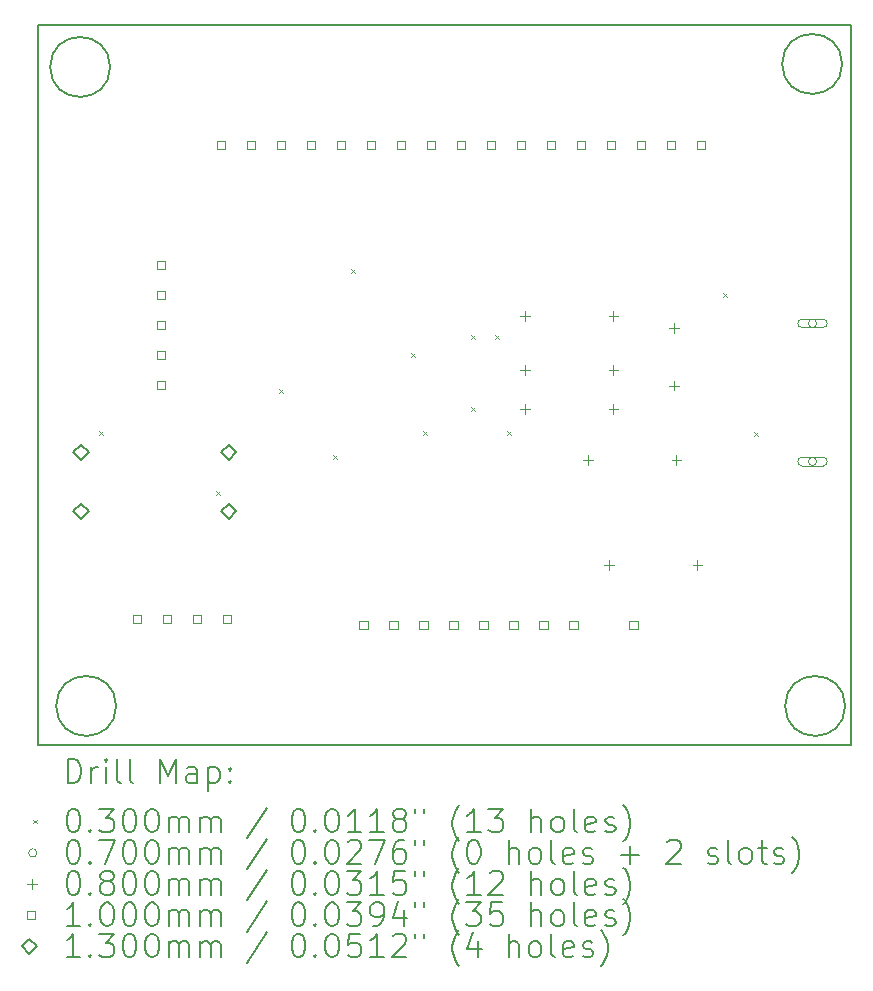
<source format=gbr>
%TF.GenerationSoftware,KiCad,Pcbnew,7.0.10*%
%TF.CreationDate,2024-03-02T18:50:19+09:00*%
%TF.ProjectId,STM32F103x8,53544d33-3246-4313-9033-78382e6b6963,rev?*%
%TF.SameCoordinates,Original*%
%TF.FileFunction,Drillmap*%
%TF.FilePolarity,Positive*%
%FSLAX45Y45*%
G04 Gerber Fmt 4.5, Leading zero omitted, Abs format (unit mm)*
G04 Created by KiCad (PCBNEW 7.0.10) date 2024-03-02 18:50:19*
%MOMM*%
%LPD*%
G01*
G04 APERTURE LIST*
%ADD10C,0.200000*%
%ADD11C,0.100000*%
%ADD12C,0.130000*%
G04 APERTURE END LIST*
D10*
X12319000Y-10337800D02*
G75*
G03*
X11811000Y-10337800I-254000J0D01*
G01*
X11811000Y-10337800D02*
G75*
G03*
X12319000Y-10337800I254000J0D01*
G01*
X18491200Y-10337800D02*
G75*
G03*
X17983200Y-10337800I-254000J0D01*
G01*
X17983200Y-10337800D02*
G75*
G03*
X18491200Y-10337800I254000J0D01*
G01*
X12268200Y-4927600D02*
G75*
G03*
X11760200Y-4927600I-254000J0D01*
G01*
X11760200Y-4927600D02*
G75*
G03*
X12268200Y-4927600I254000J0D01*
G01*
X11658600Y-4572000D02*
X18542000Y-4572000D01*
X18542000Y-10668000D01*
X11658600Y-10668000D01*
X11658600Y-4572000D01*
X18465800Y-4902200D02*
G75*
G03*
X17957800Y-4902200I-254000J0D01*
G01*
X17957800Y-4902200D02*
G75*
G03*
X18465800Y-4902200I254000J0D01*
G01*
D11*
X12177000Y-8011400D02*
X12207000Y-8041400D01*
X12207000Y-8011400D02*
X12177000Y-8041400D01*
X13167600Y-8519400D02*
X13197600Y-8549400D01*
X13197600Y-8519400D02*
X13167600Y-8549400D01*
X13701000Y-7655800D02*
X13731000Y-7685800D01*
X13731000Y-7655800D02*
X13701000Y-7685800D01*
X14158200Y-8214600D02*
X14188200Y-8244600D01*
X14188200Y-8214600D02*
X14158200Y-8244600D01*
X14310600Y-6639800D02*
X14340600Y-6669800D01*
X14340600Y-6639800D02*
X14310600Y-6669800D01*
X14818600Y-7351000D02*
X14848600Y-7381000D01*
X14848600Y-7351000D02*
X14818600Y-7381000D01*
X14920200Y-8011400D02*
X14950200Y-8041400D01*
X14950200Y-8011400D02*
X14920200Y-8041400D01*
X15326600Y-7198600D02*
X15356600Y-7228600D01*
X15356600Y-7198600D02*
X15326600Y-7228600D01*
X15326600Y-7808200D02*
X15356600Y-7838200D01*
X15356600Y-7808200D02*
X15326600Y-7838200D01*
X15529800Y-7198600D02*
X15559800Y-7228600D01*
X15559800Y-7198600D02*
X15529800Y-7228600D01*
X15631400Y-8011400D02*
X15661400Y-8041400D01*
X15661400Y-8011400D02*
X15631400Y-8041400D01*
X17460200Y-6843000D02*
X17490200Y-6873000D01*
X17490200Y-6843000D02*
X17460200Y-6873000D01*
X17721300Y-8018500D02*
X17751300Y-8048500D01*
X17751300Y-8018500D02*
X17721300Y-8048500D01*
X18250500Y-7098500D02*
G75*
G03*
X18180500Y-7098500I-35000J0D01*
G01*
X18180500Y-7098500D02*
G75*
G03*
X18250500Y-7098500I35000J0D01*
G01*
X18125500Y-7133500D02*
X18305500Y-7133500D01*
X18305500Y-7133500D02*
G75*
G03*
X18305500Y-7063500I0J35000D01*
G01*
X18305500Y-7063500D02*
X18125500Y-7063500D01*
X18125500Y-7063500D02*
G75*
G03*
X18125500Y-7133500I0J-35000D01*
G01*
X18250500Y-8268500D02*
G75*
G03*
X18180500Y-8268500I-35000J0D01*
G01*
X18180500Y-8268500D02*
G75*
G03*
X18250500Y-8268500I35000J0D01*
G01*
X18125500Y-8303500D02*
X18305500Y-8303500D01*
X18305500Y-8303500D02*
G75*
G03*
X18305500Y-8233500I0J35000D01*
G01*
X18305500Y-8233500D02*
X18125500Y-8233500D01*
X18125500Y-8233500D02*
G75*
G03*
X18125500Y-8303500I0J-35000D01*
G01*
X15779400Y-6995800D02*
X15779400Y-7075800D01*
X15739400Y-7035800D02*
X15819400Y-7035800D01*
X15779400Y-7453000D02*
X15779400Y-7533000D01*
X15739400Y-7493000D02*
X15819400Y-7493000D01*
X15779400Y-7783200D02*
X15779400Y-7863200D01*
X15739400Y-7823200D02*
X15819400Y-7823200D01*
X16312800Y-8215000D02*
X16312800Y-8295000D01*
X16272800Y-8255000D02*
X16352800Y-8255000D01*
X16490600Y-9104000D02*
X16490600Y-9184000D01*
X16450600Y-9144000D02*
X16530600Y-9144000D01*
X16529400Y-6995800D02*
X16529400Y-7075800D01*
X16489400Y-7035800D02*
X16569400Y-7035800D01*
X16529400Y-7453000D02*
X16529400Y-7533000D01*
X16489400Y-7493000D02*
X16569400Y-7493000D01*
X16529400Y-7783200D02*
X16529400Y-7863200D01*
X16489400Y-7823200D02*
X16569400Y-7823200D01*
X17043400Y-7097400D02*
X17043400Y-7177400D01*
X17003400Y-7137400D02*
X17083400Y-7137400D01*
X17043400Y-7585400D02*
X17043400Y-7665400D01*
X17003400Y-7625400D02*
X17083400Y-7625400D01*
X17062800Y-8215000D02*
X17062800Y-8295000D01*
X17022800Y-8255000D02*
X17102800Y-8255000D01*
X17240600Y-9104000D02*
X17240600Y-9184000D01*
X17200600Y-9144000D02*
X17280600Y-9144000D01*
X12531156Y-9636556D02*
X12531156Y-9565844D01*
X12460444Y-9565844D01*
X12460444Y-9636556D01*
X12531156Y-9636556D01*
X12735356Y-6639856D02*
X12735356Y-6569144D01*
X12664644Y-6569144D01*
X12664644Y-6639856D01*
X12735356Y-6639856D01*
X12735356Y-6893856D02*
X12735356Y-6823144D01*
X12664644Y-6823144D01*
X12664644Y-6893856D01*
X12735356Y-6893856D01*
X12735356Y-7147856D02*
X12735356Y-7077144D01*
X12664644Y-7077144D01*
X12664644Y-7147856D01*
X12735356Y-7147856D01*
X12735356Y-7401856D02*
X12735356Y-7331144D01*
X12664644Y-7331144D01*
X12664644Y-7401856D01*
X12735356Y-7401856D01*
X12735356Y-7655856D02*
X12735356Y-7585144D01*
X12664644Y-7585144D01*
X12664644Y-7655856D01*
X12735356Y-7655856D01*
X12785156Y-9636556D02*
X12785156Y-9565844D01*
X12714444Y-9565844D01*
X12714444Y-9636556D01*
X12785156Y-9636556D01*
X13039156Y-9636556D02*
X13039156Y-9565844D01*
X12968444Y-9565844D01*
X12968444Y-9636556D01*
X13039156Y-9636556D01*
X13243356Y-5623356D02*
X13243356Y-5552644D01*
X13172644Y-5552644D01*
X13172644Y-5623356D01*
X13243356Y-5623356D01*
X13293156Y-9636556D02*
X13293156Y-9565844D01*
X13222444Y-9565844D01*
X13222444Y-9636556D01*
X13293156Y-9636556D01*
X13497356Y-5623356D02*
X13497356Y-5552644D01*
X13426644Y-5552644D01*
X13426644Y-5623356D01*
X13497356Y-5623356D01*
X13751356Y-5623356D02*
X13751356Y-5552644D01*
X13680644Y-5552644D01*
X13680644Y-5623356D01*
X13751356Y-5623356D01*
X14005356Y-5623356D02*
X14005356Y-5552644D01*
X13934644Y-5552644D01*
X13934644Y-5623356D01*
X14005356Y-5623356D01*
X14259356Y-5623356D02*
X14259356Y-5552644D01*
X14188644Y-5552644D01*
X14188644Y-5623356D01*
X14259356Y-5623356D01*
X14449856Y-9687356D02*
X14449856Y-9616644D01*
X14379144Y-9616644D01*
X14379144Y-9687356D01*
X14449856Y-9687356D01*
X14513356Y-5623356D02*
X14513356Y-5552644D01*
X14442644Y-5552644D01*
X14442644Y-5623356D01*
X14513356Y-5623356D01*
X14703856Y-9687356D02*
X14703856Y-9616644D01*
X14633144Y-9616644D01*
X14633144Y-9687356D01*
X14703856Y-9687356D01*
X14767356Y-5623356D02*
X14767356Y-5552644D01*
X14696644Y-5552644D01*
X14696644Y-5623356D01*
X14767356Y-5623356D01*
X14957856Y-9687356D02*
X14957856Y-9616644D01*
X14887144Y-9616644D01*
X14887144Y-9687356D01*
X14957856Y-9687356D01*
X15021356Y-5623356D02*
X15021356Y-5552644D01*
X14950644Y-5552644D01*
X14950644Y-5623356D01*
X15021356Y-5623356D01*
X15211856Y-9687356D02*
X15211856Y-9616644D01*
X15141144Y-9616644D01*
X15141144Y-9687356D01*
X15211856Y-9687356D01*
X15275356Y-5623356D02*
X15275356Y-5552644D01*
X15204644Y-5552644D01*
X15204644Y-5623356D01*
X15275356Y-5623356D01*
X15465856Y-9687356D02*
X15465856Y-9616644D01*
X15395144Y-9616644D01*
X15395144Y-9687356D01*
X15465856Y-9687356D01*
X15529356Y-5623356D02*
X15529356Y-5552644D01*
X15458644Y-5552644D01*
X15458644Y-5623356D01*
X15529356Y-5623356D01*
X15719856Y-9687356D02*
X15719856Y-9616644D01*
X15649144Y-9616644D01*
X15649144Y-9687356D01*
X15719856Y-9687356D01*
X15783356Y-5623356D02*
X15783356Y-5552644D01*
X15712644Y-5552644D01*
X15712644Y-5623356D01*
X15783356Y-5623356D01*
X15973856Y-9687356D02*
X15973856Y-9616644D01*
X15903144Y-9616644D01*
X15903144Y-9687356D01*
X15973856Y-9687356D01*
X16037356Y-5623356D02*
X16037356Y-5552644D01*
X15966644Y-5552644D01*
X15966644Y-5623356D01*
X16037356Y-5623356D01*
X16227856Y-9687356D02*
X16227856Y-9616644D01*
X16157144Y-9616644D01*
X16157144Y-9687356D01*
X16227856Y-9687356D01*
X16291356Y-5623356D02*
X16291356Y-5552644D01*
X16220644Y-5552644D01*
X16220644Y-5623356D01*
X16291356Y-5623356D01*
X16545356Y-5623356D02*
X16545356Y-5552644D01*
X16474644Y-5552644D01*
X16474644Y-5623356D01*
X16545356Y-5623356D01*
X16735856Y-9687356D02*
X16735856Y-9616644D01*
X16665144Y-9616644D01*
X16665144Y-9687356D01*
X16735856Y-9687356D01*
X16799356Y-5623356D02*
X16799356Y-5552644D01*
X16728644Y-5552644D01*
X16728644Y-5623356D01*
X16799356Y-5623356D01*
X17053356Y-5623356D02*
X17053356Y-5552644D01*
X16982644Y-5552644D01*
X16982644Y-5623356D01*
X17053356Y-5623356D01*
X17307356Y-5623356D02*
X17307356Y-5552644D01*
X17236644Y-5552644D01*
X17236644Y-5623356D01*
X17307356Y-5623356D01*
D12*
X12021500Y-8256500D02*
X12086500Y-8191500D01*
X12021500Y-8126500D01*
X11956500Y-8191500D01*
X12021500Y-8256500D01*
X12021500Y-8756500D02*
X12086500Y-8691500D01*
X12021500Y-8626500D01*
X11956500Y-8691500D01*
X12021500Y-8756500D01*
X13271500Y-8256500D02*
X13336500Y-8191500D01*
X13271500Y-8126500D01*
X13206500Y-8191500D01*
X13271500Y-8256500D01*
X13271500Y-8756500D02*
X13336500Y-8691500D01*
X13271500Y-8626500D01*
X13206500Y-8691500D01*
X13271500Y-8756500D01*
D10*
X11909377Y-10989484D02*
X11909377Y-10789484D01*
X11909377Y-10789484D02*
X11956996Y-10789484D01*
X11956996Y-10789484D02*
X11985567Y-10799008D01*
X11985567Y-10799008D02*
X12004615Y-10818055D01*
X12004615Y-10818055D02*
X12014139Y-10837103D01*
X12014139Y-10837103D02*
X12023662Y-10875198D01*
X12023662Y-10875198D02*
X12023662Y-10903770D01*
X12023662Y-10903770D02*
X12014139Y-10941865D01*
X12014139Y-10941865D02*
X12004615Y-10960912D01*
X12004615Y-10960912D02*
X11985567Y-10979960D01*
X11985567Y-10979960D02*
X11956996Y-10989484D01*
X11956996Y-10989484D02*
X11909377Y-10989484D01*
X12109377Y-10989484D02*
X12109377Y-10856150D01*
X12109377Y-10894246D02*
X12118901Y-10875198D01*
X12118901Y-10875198D02*
X12128424Y-10865674D01*
X12128424Y-10865674D02*
X12147472Y-10856150D01*
X12147472Y-10856150D02*
X12166520Y-10856150D01*
X12233186Y-10989484D02*
X12233186Y-10856150D01*
X12233186Y-10789484D02*
X12223662Y-10799008D01*
X12223662Y-10799008D02*
X12233186Y-10808531D01*
X12233186Y-10808531D02*
X12242710Y-10799008D01*
X12242710Y-10799008D02*
X12233186Y-10789484D01*
X12233186Y-10789484D02*
X12233186Y-10808531D01*
X12356996Y-10989484D02*
X12337948Y-10979960D01*
X12337948Y-10979960D02*
X12328424Y-10960912D01*
X12328424Y-10960912D02*
X12328424Y-10789484D01*
X12461758Y-10989484D02*
X12442710Y-10979960D01*
X12442710Y-10979960D02*
X12433186Y-10960912D01*
X12433186Y-10960912D02*
X12433186Y-10789484D01*
X12690329Y-10989484D02*
X12690329Y-10789484D01*
X12690329Y-10789484D02*
X12756996Y-10932341D01*
X12756996Y-10932341D02*
X12823662Y-10789484D01*
X12823662Y-10789484D02*
X12823662Y-10989484D01*
X13004615Y-10989484D02*
X13004615Y-10884722D01*
X13004615Y-10884722D02*
X12995091Y-10865674D01*
X12995091Y-10865674D02*
X12976043Y-10856150D01*
X12976043Y-10856150D02*
X12937948Y-10856150D01*
X12937948Y-10856150D02*
X12918901Y-10865674D01*
X13004615Y-10979960D02*
X12985567Y-10989484D01*
X12985567Y-10989484D02*
X12937948Y-10989484D01*
X12937948Y-10989484D02*
X12918901Y-10979960D01*
X12918901Y-10979960D02*
X12909377Y-10960912D01*
X12909377Y-10960912D02*
X12909377Y-10941865D01*
X12909377Y-10941865D02*
X12918901Y-10922817D01*
X12918901Y-10922817D02*
X12937948Y-10913293D01*
X12937948Y-10913293D02*
X12985567Y-10913293D01*
X12985567Y-10913293D02*
X13004615Y-10903770D01*
X13099853Y-10856150D02*
X13099853Y-11056150D01*
X13099853Y-10865674D02*
X13118901Y-10856150D01*
X13118901Y-10856150D02*
X13156996Y-10856150D01*
X13156996Y-10856150D02*
X13176043Y-10865674D01*
X13176043Y-10865674D02*
X13185567Y-10875198D01*
X13185567Y-10875198D02*
X13195091Y-10894246D01*
X13195091Y-10894246D02*
X13195091Y-10951389D01*
X13195091Y-10951389D02*
X13185567Y-10970436D01*
X13185567Y-10970436D02*
X13176043Y-10979960D01*
X13176043Y-10979960D02*
X13156996Y-10989484D01*
X13156996Y-10989484D02*
X13118901Y-10989484D01*
X13118901Y-10989484D02*
X13099853Y-10979960D01*
X13280805Y-10970436D02*
X13290329Y-10979960D01*
X13290329Y-10979960D02*
X13280805Y-10989484D01*
X13280805Y-10989484D02*
X13271282Y-10979960D01*
X13271282Y-10979960D02*
X13280805Y-10970436D01*
X13280805Y-10970436D02*
X13280805Y-10989484D01*
X13280805Y-10865674D02*
X13290329Y-10875198D01*
X13290329Y-10875198D02*
X13280805Y-10884722D01*
X13280805Y-10884722D02*
X13271282Y-10875198D01*
X13271282Y-10875198D02*
X13280805Y-10865674D01*
X13280805Y-10865674D02*
X13280805Y-10884722D01*
D11*
X11618600Y-11303000D02*
X11648600Y-11333000D01*
X11648600Y-11303000D02*
X11618600Y-11333000D01*
D10*
X11947472Y-11209484D02*
X11966520Y-11209484D01*
X11966520Y-11209484D02*
X11985567Y-11219008D01*
X11985567Y-11219008D02*
X11995091Y-11228531D01*
X11995091Y-11228531D02*
X12004615Y-11247579D01*
X12004615Y-11247579D02*
X12014139Y-11285674D01*
X12014139Y-11285674D02*
X12014139Y-11333293D01*
X12014139Y-11333293D02*
X12004615Y-11371388D01*
X12004615Y-11371388D02*
X11995091Y-11390436D01*
X11995091Y-11390436D02*
X11985567Y-11399960D01*
X11985567Y-11399960D02*
X11966520Y-11409484D01*
X11966520Y-11409484D02*
X11947472Y-11409484D01*
X11947472Y-11409484D02*
X11928424Y-11399960D01*
X11928424Y-11399960D02*
X11918901Y-11390436D01*
X11918901Y-11390436D02*
X11909377Y-11371388D01*
X11909377Y-11371388D02*
X11899853Y-11333293D01*
X11899853Y-11333293D02*
X11899853Y-11285674D01*
X11899853Y-11285674D02*
X11909377Y-11247579D01*
X11909377Y-11247579D02*
X11918901Y-11228531D01*
X11918901Y-11228531D02*
X11928424Y-11219008D01*
X11928424Y-11219008D02*
X11947472Y-11209484D01*
X12099853Y-11390436D02*
X12109377Y-11399960D01*
X12109377Y-11399960D02*
X12099853Y-11409484D01*
X12099853Y-11409484D02*
X12090329Y-11399960D01*
X12090329Y-11399960D02*
X12099853Y-11390436D01*
X12099853Y-11390436D02*
X12099853Y-11409484D01*
X12176043Y-11209484D02*
X12299853Y-11209484D01*
X12299853Y-11209484D02*
X12233186Y-11285674D01*
X12233186Y-11285674D02*
X12261758Y-11285674D01*
X12261758Y-11285674D02*
X12280805Y-11295198D01*
X12280805Y-11295198D02*
X12290329Y-11304722D01*
X12290329Y-11304722D02*
X12299853Y-11323769D01*
X12299853Y-11323769D02*
X12299853Y-11371388D01*
X12299853Y-11371388D02*
X12290329Y-11390436D01*
X12290329Y-11390436D02*
X12280805Y-11399960D01*
X12280805Y-11399960D02*
X12261758Y-11409484D01*
X12261758Y-11409484D02*
X12204615Y-11409484D01*
X12204615Y-11409484D02*
X12185567Y-11399960D01*
X12185567Y-11399960D02*
X12176043Y-11390436D01*
X12423662Y-11209484D02*
X12442710Y-11209484D01*
X12442710Y-11209484D02*
X12461758Y-11219008D01*
X12461758Y-11219008D02*
X12471282Y-11228531D01*
X12471282Y-11228531D02*
X12480805Y-11247579D01*
X12480805Y-11247579D02*
X12490329Y-11285674D01*
X12490329Y-11285674D02*
X12490329Y-11333293D01*
X12490329Y-11333293D02*
X12480805Y-11371388D01*
X12480805Y-11371388D02*
X12471282Y-11390436D01*
X12471282Y-11390436D02*
X12461758Y-11399960D01*
X12461758Y-11399960D02*
X12442710Y-11409484D01*
X12442710Y-11409484D02*
X12423662Y-11409484D01*
X12423662Y-11409484D02*
X12404615Y-11399960D01*
X12404615Y-11399960D02*
X12395091Y-11390436D01*
X12395091Y-11390436D02*
X12385567Y-11371388D01*
X12385567Y-11371388D02*
X12376043Y-11333293D01*
X12376043Y-11333293D02*
X12376043Y-11285674D01*
X12376043Y-11285674D02*
X12385567Y-11247579D01*
X12385567Y-11247579D02*
X12395091Y-11228531D01*
X12395091Y-11228531D02*
X12404615Y-11219008D01*
X12404615Y-11219008D02*
X12423662Y-11209484D01*
X12614139Y-11209484D02*
X12633186Y-11209484D01*
X12633186Y-11209484D02*
X12652234Y-11219008D01*
X12652234Y-11219008D02*
X12661758Y-11228531D01*
X12661758Y-11228531D02*
X12671282Y-11247579D01*
X12671282Y-11247579D02*
X12680805Y-11285674D01*
X12680805Y-11285674D02*
X12680805Y-11333293D01*
X12680805Y-11333293D02*
X12671282Y-11371388D01*
X12671282Y-11371388D02*
X12661758Y-11390436D01*
X12661758Y-11390436D02*
X12652234Y-11399960D01*
X12652234Y-11399960D02*
X12633186Y-11409484D01*
X12633186Y-11409484D02*
X12614139Y-11409484D01*
X12614139Y-11409484D02*
X12595091Y-11399960D01*
X12595091Y-11399960D02*
X12585567Y-11390436D01*
X12585567Y-11390436D02*
X12576043Y-11371388D01*
X12576043Y-11371388D02*
X12566520Y-11333293D01*
X12566520Y-11333293D02*
X12566520Y-11285674D01*
X12566520Y-11285674D02*
X12576043Y-11247579D01*
X12576043Y-11247579D02*
X12585567Y-11228531D01*
X12585567Y-11228531D02*
X12595091Y-11219008D01*
X12595091Y-11219008D02*
X12614139Y-11209484D01*
X12766520Y-11409484D02*
X12766520Y-11276150D01*
X12766520Y-11295198D02*
X12776043Y-11285674D01*
X12776043Y-11285674D02*
X12795091Y-11276150D01*
X12795091Y-11276150D02*
X12823663Y-11276150D01*
X12823663Y-11276150D02*
X12842710Y-11285674D01*
X12842710Y-11285674D02*
X12852234Y-11304722D01*
X12852234Y-11304722D02*
X12852234Y-11409484D01*
X12852234Y-11304722D02*
X12861758Y-11285674D01*
X12861758Y-11285674D02*
X12880805Y-11276150D01*
X12880805Y-11276150D02*
X12909377Y-11276150D01*
X12909377Y-11276150D02*
X12928424Y-11285674D01*
X12928424Y-11285674D02*
X12937948Y-11304722D01*
X12937948Y-11304722D02*
X12937948Y-11409484D01*
X13033186Y-11409484D02*
X13033186Y-11276150D01*
X13033186Y-11295198D02*
X13042710Y-11285674D01*
X13042710Y-11285674D02*
X13061758Y-11276150D01*
X13061758Y-11276150D02*
X13090329Y-11276150D01*
X13090329Y-11276150D02*
X13109377Y-11285674D01*
X13109377Y-11285674D02*
X13118901Y-11304722D01*
X13118901Y-11304722D02*
X13118901Y-11409484D01*
X13118901Y-11304722D02*
X13128424Y-11285674D01*
X13128424Y-11285674D02*
X13147472Y-11276150D01*
X13147472Y-11276150D02*
X13176043Y-11276150D01*
X13176043Y-11276150D02*
X13195091Y-11285674D01*
X13195091Y-11285674D02*
X13204615Y-11304722D01*
X13204615Y-11304722D02*
X13204615Y-11409484D01*
X13595091Y-11199960D02*
X13423663Y-11457103D01*
X13852234Y-11209484D02*
X13871282Y-11209484D01*
X13871282Y-11209484D02*
X13890329Y-11219008D01*
X13890329Y-11219008D02*
X13899853Y-11228531D01*
X13899853Y-11228531D02*
X13909377Y-11247579D01*
X13909377Y-11247579D02*
X13918901Y-11285674D01*
X13918901Y-11285674D02*
X13918901Y-11333293D01*
X13918901Y-11333293D02*
X13909377Y-11371388D01*
X13909377Y-11371388D02*
X13899853Y-11390436D01*
X13899853Y-11390436D02*
X13890329Y-11399960D01*
X13890329Y-11399960D02*
X13871282Y-11409484D01*
X13871282Y-11409484D02*
X13852234Y-11409484D01*
X13852234Y-11409484D02*
X13833186Y-11399960D01*
X13833186Y-11399960D02*
X13823663Y-11390436D01*
X13823663Y-11390436D02*
X13814139Y-11371388D01*
X13814139Y-11371388D02*
X13804615Y-11333293D01*
X13804615Y-11333293D02*
X13804615Y-11285674D01*
X13804615Y-11285674D02*
X13814139Y-11247579D01*
X13814139Y-11247579D02*
X13823663Y-11228531D01*
X13823663Y-11228531D02*
X13833186Y-11219008D01*
X13833186Y-11219008D02*
X13852234Y-11209484D01*
X14004615Y-11390436D02*
X14014139Y-11399960D01*
X14014139Y-11399960D02*
X14004615Y-11409484D01*
X14004615Y-11409484D02*
X13995091Y-11399960D01*
X13995091Y-11399960D02*
X14004615Y-11390436D01*
X14004615Y-11390436D02*
X14004615Y-11409484D01*
X14137948Y-11209484D02*
X14156996Y-11209484D01*
X14156996Y-11209484D02*
X14176044Y-11219008D01*
X14176044Y-11219008D02*
X14185567Y-11228531D01*
X14185567Y-11228531D02*
X14195091Y-11247579D01*
X14195091Y-11247579D02*
X14204615Y-11285674D01*
X14204615Y-11285674D02*
X14204615Y-11333293D01*
X14204615Y-11333293D02*
X14195091Y-11371388D01*
X14195091Y-11371388D02*
X14185567Y-11390436D01*
X14185567Y-11390436D02*
X14176044Y-11399960D01*
X14176044Y-11399960D02*
X14156996Y-11409484D01*
X14156996Y-11409484D02*
X14137948Y-11409484D01*
X14137948Y-11409484D02*
X14118901Y-11399960D01*
X14118901Y-11399960D02*
X14109377Y-11390436D01*
X14109377Y-11390436D02*
X14099853Y-11371388D01*
X14099853Y-11371388D02*
X14090329Y-11333293D01*
X14090329Y-11333293D02*
X14090329Y-11285674D01*
X14090329Y-11285674D02*
X14099853Y-11247579D01*
X14099853Y-11247579D02*
X14109377Y-11228531D01*
X14109377Y-11228531D02*
X14118901Y-11219008D01*
X14118901Y-11219008D02*
X14137948Y-11209484D01*
X14395091Y-11409484D02*
X14280806Y-11409484D01*
X14337948Y-11409484D02*
X14337948Y-11209484D01*
X14337948Y-11209484D02*
X14318901Y-11238055D01*
X14318901Y-11238055D02*
X14299853Y-11257103D01*
X14299853Y-11257103D02*
X14280806Y-11266627D01*
X14585567Y-11409484D02*
X14471282Y-11409484D01*
X14528425Y-11409484D02*
X14528425Y-11209484D01*
X14528425Y-11209484D02*
X14509377Y-11238055D01*
X14509377Y-11238055D02*
X14490329Y-11257103D01*
X14490329Y-11257103D02*
X14471282Y-11266627D01*
X14699853Y-11295198D02*
X14680806Y-11285674D01*
X14680806Y-11285674D02*
X14671282Y-11276150D01*
X14671282Y-11276150D02*
X14661758Y-11257103D01*
X14661758Y-11257103D02*
X14661758Y-11247579D01*
X14661758Y-11247579D02*
X14671282Y-11228531D01*
X14671282Y-11228531D02*
X14680806Y-11219008D01*
X14680806Y-11219008D02*
X14699853Y-11209484D01*
X14699853Y-11209484D02*
X14737948Y-11209484D01*
X14737948Y-11209484D02*
X14756996Y-11219008D01*
X14756996Y-11219008D02*
X14766520Y-11228531D01*
X14766520Y-11228531D02*
X14776044Y-11247579D01*
X14776044Y-11247579D02*
X14776044Y-11257103D01*
X14776044Y-11257103D02*
X14766520Y-11276150D01*
X14766520Y-11276150D02*
X14756996Y-11285674D01*
X14756996Y-11285674D02*
X14737948Y-11295198D01*
X14737948Y-11295198D02*
X14699853Y-11295198D01*
X14699853Y-11295198D02*
X14680806Y-11304722D01*
X14680806Y-11304722D02*
X14671282Y-11314246D01*
X14671282Y-11314246D02*
X14661758Y-11333293D01*
X14661758Y-11333293D02*
X14661758Y-11371388D01*
X14661758Y-11371388D02*
X14671282Y-11390436D01*
X14671282Y-11390436D02*
X14680806Y-11399960D01*
X14680806Y-11399960D02*
X14699853Y-11409484D01*
X14699853Y-11409484D02*
X14737948Y-11409484D01*
X14737948Y-11409484D02*
X14756996Y-11399960D01*
X14756996Y-11399960D02*
X14766520Y-11390436D01*
X14766520Y-11390436D02*
X14776044Y-11371388D01*
X14776044Y-11371388D02*
X14776044Y-11333293D01*
X14776044Y-11333293D02*
X14766520Y-11314246D01*
X14766520Y-11314246D02*
X14756996Y-11304722D01*
X14756996Y-11304722D02*
X14737948Y-11295198D01*
X14852234Y-11209484D02*
X14852234Y-11247579D01*
X14928425Y-11209484D02*
X14928425Y-11247579D01*
X15223663Y-11485674D02*
X15214139Y-11476150D01*
X15214139Y-11476150D02*
X15195091Y-11447579D01*
X15195091Y-11447579D02*
X15185568Y-11428531D01*
X15185568Y-11428531D02*
X15176044Y-11399960D01*
X15176044Y-11399960D02*
X15166520Y-11352341D01*
X15166520Y-11352341D02*
X15166520Y-11314246D01*
X15166520Y-11314246D02*
X15176044Y-11266627D01*
X15176044Y-11266627D02*
X15185568Y-11238055D01*
X15185568Y-11238055D02*
X15195091Y-11219008D01*
X15195091Y-11219008D02*
X15214139Y-11190436D01*
X15214139Y-11190436D02*
X15223663Y-11180912D01*
X15404615Y-11409484D02*
X15290329Y-11409484D01*
X15347472Y-11409484D02*
X15347472Y-11209484D01*
X15347472Y-11209484D02*
X15328425Y-11238055D01*
X15328425Y-11238055D02*
X15309377Y-11257103D01*
X15309377Y-11257103D02*
X15290329Y-11266627D01*
X15471282Y-11209484D02*
X15595091Y-11209484D01*
X15595091Y-11209484D02*
X15528425Y-11285674D01*
X15528425Y-11285674D02*
X15556996Y-11285674D01*
X15556996Y-11285674D02*
X15576044Y-11295198D01*
X15576044Y-11295198D02*
X15585568Y-11304722D01*
X15585568Y-11304722D02*
X15595091Y-11323769D01*
X15595091Y-11323769D02*
X15595091Y-11371388D01*
X15595091Y-11371388D02*
X15585568Y-11390436D01*
X15585568Y-11390436D02*
X15576044Y-11399960D01*
X15576044Y-11399960D02*
X15556996Y-11409484D01*
X15556996Y-11409484D02*
X15499853Y-11409484D01*
X15499853Y-11409484D02*
X15480806Y-11399960D01*
X15480806Y-11399960D02*
X15471282Y-11390436D01*
X15833187Y-11409484D02*
X15833187Y-11209484D01*
X15918901Y-11409484D02*
X15918901Y-11304722D01*
X15918901Y-11304722D02*
X15909377Y-11285674D01*
X15909377Y-11285674D02*
X15890330Y-11276150D01*
X15890330Y-11276150D02*
X15861758Y-11276150D01*
X15861758Y-11276150D02*
X15842710Y-11285674D01*
X15842710Y-11285674D02*
X15833187Y-11295198D01*
X16042710Y-11409484D02*
X16023663Y-11399960D01*
X16023663Y-11399960D02*
X16014139Y-11390436D01*
X16014139Y-11390436D02*
X16004615Y-11371388D01*
X16004615Y-11371388D02*
X16004615Y-11314246D01*
X16004615Y-11314246D02*
X16014139Y-11295198D01*
X16014139Y-11295198D02*
X16023663Y-11285674D01*
X16023663Y-11285674D02*
X16042710Y-11276150D01*
X16042710Y-11276150D02*
X16071282Y-11276150D01*
X16071282Y-11276150D02*
X16090330Y-11285674D01*
X16090330Y-11285674D02*
X16099853Y-11295198D01*
X16099853Y-11295198D02*
X16109377Y-11314246D01*
X16109377Y-11314246D02*
X16109377Y-11371388D01*
X16109377Y-11371388D02*
X16099853Y-11390436D01*
X16099853Y-11390436D02*
X16090330Y-11399960D01*
X16090330Y-11399960D02*
X16071282Y-11409484D01*
X16071282Y-11409484D02*
X16042710Y-11409484D01*
X16223663Y-11409484D02*
X16204615Y-11399960D01*
X16204615Y-11399960D02*
X16195091Y-11380912D01*
X16195091Y-11380912D02*
X16195091Y-11209484D01*
X16376044Y-11399960D02*
X16356996Y-11409484D01*
X16356996Y-11409484D02*
X16318901Y-11409484D01*
X16318901Y-11409484D02*
X16299853Y-11399960D01*
X16299853Y-11399960D02*
X16290330Y-11380912D01*
X16290330Y-11380912D02*
X16290330Y-11304722D01*
X16290330Y-11304722D02*
X16299853Y-11285674D01*
X16299853Y-11285674D02*
X16318901Y-11276150D01*
X16318901Y-11276150D02*
X16356996Y-11276150D01*
X16356996Y-11276150D02*
X16376044Y-11285674D01*
X16376044Y-11285674D02*
X16385568Y-11304722D01*
X16385568Y-11304722D02*
X16385568Y-11323769D01*
X16385568Y-11323769D02*
X16290330Y-11342817D01*
X16461758Y-11399960D02*
X16480806Y-11409484D01*
X16480806Y-11409484D02*
X16518901Y-11409484D01*
X16518901Y-11409484D02*
X16537949Y-11399960D01*
X16537949Y-11399960D02*
X16547472Y-11380912D01*
X16547472Y-11380912D02*
X16547472Y-11371388D01*
X16547472Y-11371388D02*
X16537949Y-11352341D01*
X16537949Y-11352341D02*
X16518901Y-11342817D01*
X16518901Y-11342817D02*
X16490330Y-11342817D01*
X16490330Y-11342817D02*
X16471282Y-11333293D01*
X16471282Y-11333293D02*
X16461758Y-11314246D01*
X16461758Y-11314246D02*
X16461758Y-11304722D01*
X16461758Y-11304722D02*
X16471282Y-11285674D01*
X16471282Y-11285674D02*
X16490330Y-11276150D01*
X16490330Y-11276150D02*
X16518901Y-11276150D01*
X16518901Y-11276150D02*
X16537949Y-11285674D01*
X16614139Y-11485674D02*
X16623663Y-11476150D01*
X16623663Y-11476150D02*
X16642711Y-11447579D01*
X16642711Y-11447579D02*
X16652234Y-11428531D01*
X16652234Y-11428531D02*
X16661758Y-11399960D01*
X16661758Y-11399960D02*
X16671282Y-11352341D01*
X16671282Y-11352341D02*
X16671282Y-11314246D01*
X16671282Y-11314246D02*
X16661758Y-11266627D01*
X16661758Y-11266627D02*
X16652234Y-11238055D01*
X16652234Y-11238055D02*
X16642711Y-11219008D01*
X16642711Y-11219008D02*
X16623663Y-11190436D01*
X16623663Y-11190436D02*
X16614139Y-11180912D01*
D11*
X11648600Y-11582000D02*
G75*
G03*
X11578600Y-11582000I-35000J0D01*
G01*
X11578600Y-11582000D02*
G75*
G03*
X11648600Y-11582000I35000J0D01*
G01*
D10*
X11947472Y-11473484D02*
X11966520Y-11473484D01*
X11966520Y-11473484D02*
X11985567Y-11483008D01*
X11985567Y-11483008D02*
X11995091Y-11492531D01*
X11995091Y-11492531D02*
X12004615Y-11511579D01*
X12004615Y-11511579D02*
X12014139Y-11549674D01*
X12014139Y-11549674D02*
X12014139Y-11597293D01*
X12014139Y-11597293D02*
X12004615Y-11635388D01*
X12004615Y-11635388D02*
X11995091Y-11654436D01*
X11995091Y-11654436D02*
X11985567Y-11663960D01*
X11985567Y-11663960D02*
X11966520Y-11673484D01*
X11966520Y-11673484D02*
X11947472Y-11673484D01*
X11947472Y-11673484D02*
X11928424Y-11663960D01*
X11928424Y-11663960D02*
X11918901Y-11654436D01*
X11918901Y-11654436D02*
X11909377Y-11635388D01*
X11909377Y-11635388D02*
X11899853Y-11597293D01*
X11899853Y-11597293D02*
X11899853Y-11549674D01*
X11899853Y-11549674D02*
X11909377Y-11511579D01*
X11909377Y-11511579D02*
X11918901Y-11492531D01*
X11918901Y-11492531D02*
X11928424Y-11483008D01*
X11928424Y-11483008D02*
X11947472Y-11473484D01*
X12099853Y-11654436D02*
X12109377Y-11663960D01*
X12109377Y-11663960D02*
X12099853Y-11673484D01*
X12099853Y-11673484D02*
X12090329Y-11663960D01*
X12090329Y-11663960D02*
X12099853Y-11654436D01*
X12099853Y-11654436D02*
X12099853Y-11673484D01*
X12176043Y-11473484D02*
X12309377Y-11473484D01*
X12309377Y-11473484D02*
X12223662Y-11673484D01*
X12423662Y-11473484D02*
X12442710Y-11473484D01*
X12442710Y-11473484D02*
X12461758Y-11483008D01*
X12461758Y-11483008D02*
X12471282Y-11492531D01*
X12471282Y-11492531D02*
X12480805Y-11511579D01*
X12480805Y-11511579D02*
X12490329Y-11549674D01*
X12490329Y-11549674D02*
X12490329Y-11597293D01*
X12490329Y-11597293D02*
X12480805Y-11635388D01*
X12480805Y-11635388D02*
X12471282Y-11654436D01*
X12471282Y-11654436D02*
X12461758Y-11663960D01*
X12461758Y-11663960D02*
X12442710Y-11673484D01*
X12442710Y-11673484D02*
X12423662Y-11673484D01*
X12423662Y-11673484D02*
X12404615Y-11663960D01*
X12404615Y-11663960D02*
X12395091Y-11654436D01*
X12395091Y-11654436D02*
X12385567Y-11635388D01*
X12385567Y-11635388D02*
X12376043Y-11597293D01*
X12376043Y-11597293D02*
X12376043Y-11549674D01*
X12376043Y-11549674D02*
X12385567Y-11511579D01*
X12385567Y-11511579D02*
X12395091Y-11492531D01*
X12395091Y-11492531D02*
X12404615Y-11483008D01*
X12404615Y-11483008D02*
X12423662Y-11473484D01*
X12614139Y-11473484D02*
X12633186Y-11473484D01*
X12633186Y-11473484D02*
X12652234Y-11483008D01*
X12652234Y-11483008D02*
X12661758Y-11492531D01*
X12661758Y-11492531D02*
X12671282Y-11511579D01*
X12671282Y-11511579D02*
X12680805Y-11549674D01*
X12680805Y-11549674D02*
X12680805Y-11597293D01*
X12680805Y-11597293D02*
X12671282Y-11635388D01*
X12671282Y-11635388D02*
X12661758Y-11654436D01*
X12661758Y-11654436D02*
X12652234Y-11663960D01*
X12652234Y-11663960D02*
X12633186Y-11673484D01*
X12633186Y-11673484D02*
X12614139Y-11673484D01*
X12614139Y-11673484D02*
X12595091Y-11663960D01*
X12595091Y-11663960D02*
X12585567Y-11654436D01*
X12585567Y-11654436D02*
X12576043Y-11635388D01*
X12576043Y-11635388D02*
X12566520Y-11597293D01*
X12566520Y-11597293D02*
X12566520Y-11549674D01*
X12566520Y-11549674D02*
X12576043Y-11511579D01*
X12576043Y-11511579D02*
X12585567Y-11492531D01*
X12585567Y-11492531D02*
X12595091Y-11483008D01*
X12595091Y-11483008D02*
X12614139Y-11473484D01*
X12766520Y-11673484D02*
X12766520Y-11540150D01*
X12766520Y-11559198D02*
X12776043Y-11549674D01*
X12776043Y-11549674D02*
X12795091Y-11540150D01*
X12795091Y-11540150D02*
X12823663Y-11540150D01*
X12823663Y-11540150D02*
X12842710Y-11549674D01*
X12842710Y-11549674D02*
X12852234Y-11568722D01*
X12852234Y-11568722D02*
X12852234Y-11673484D01*
X12852234Y-11568722D02*
X12861758Y-11549674D01*
X12861758Y-11549674D02*
X12880805Y-11540150D01*
X12880805Y-11540150D02*
X12909377Y-11540150D01*
X12909377Y-11540150D02*
X12928424Y-11549674D01*
X12928424Y-11549674D02*
X12937948Y-11568722D01*
X12937948Y-11568722D02*
X12937948Y-11673484D01*
X13033186Y-11673484D02*
X13033186Y-11540150D01*
X13033186Y-11559198D02*
X13042710Y-11549674D01*
X13042710Y-11549674D02*
X13061758Y-11540150D01*
X13061758Y-11540150D02*
X13090329Y-11540150D01*
X13090329Y-11540150D02*
X13109377Y-11549674D01*
X13109377Y-11549674D02*
X13118901Y-11568722D01*
X13118901Y-11568722D02*
X13118901Y-11673484D01*
X13118901Y-11568722D02*
X13128424Y-11549674D01*
X13128424Y-11549674D02*
X13147472Y-11540150D01*
X13147472Y-11540150D02*
X13176043Y-11540150D01*
X13176043Y-11540150D02*
X13195091Y-11549674D01*
X13195091Y-11549674D02*
X13204615Y-11568722D01*
X13204615Y-11568722D02*
X13204615Y-11673484D01*
X13595091Y-11463960D02*
X13423663Y-11721103D01*
X13852234Y-11473484D02*
X13871282Y-11473484D01*
X13871282Y-11473484D02*
X13890329Y-11483008D01*
X13890329Y-11483008D02*
X13899853Y-11492531D01*
X13899853Y-11492531D02*
X13909377Y-11511579D01*
X13909377Y-11511579D02*
X13918901Y-11549674D01*
X13918901Y-11549674D02*
X13918901Y-11597293D01*
X13918901Y-11597293D02*
X13909377Y-11635388D01*
X13909377Y-11635388D02*
X13899853Y-11654436D01*
X13899853Y-11654436D02*
X13890329Y-11663960D01*
X13890329Y-11663960D02*
X13871282Y-11673484D01*
X13871282Y-11673484D02*
X13852234Y-11673484D01*
X13852234Y-11673484D02*
X13833186Y-11663960D01*
X13833186Y-11663960D02*
X13823663Y-11654436D01*
X13823663Y-11654436D02*
X13814139Y-11635388D01*
X13814139Y-11635388D02*
X13804615Y-11597293D01*
X13804615Y-11597293D02*
X13804615Y-11549674D01*
X13804615Y-11549674D02*
X13814139Y-11511579D01*
X13814139Y-11511579D02*
X13823663Y-11492531D01*
X13823663Y-11492531D02*
X13833186Y-11483008D01*
X13833186Y-11483008D02*
X13852234Y-11473484D01*
X14004615Y-11654436D02*
X14014139Y-11663960D01*
X14014139Y-11663960D02*
X14004615Y-11673484D01*
X14004615Y-11673484D02*
X13995091Y-11663960D01*
X13995091Y-11663960D02*
X14004615Y-11654436D01*
X14004615Y-11654436D02*
X14004615Y-11673484D01*
X14137948Y-11473484D02*
X14156996Y-11473484D01*
X14156996Y-11473484D02*
X14176044Y-11483008D01*
X14176044Y-11483008D02*
X14185567Y-11492531D01*
X14185567Y-11492531D02*
X14195091Y-11511579D01*
X14195091Y-11511579D02*
X14204615Y-11549674D01*
X14204615Y-11549674D02*
X14204615Y-11597293D01*
X14204615Y-11597293D02*
X14195091Y-11635388D01*
X14195091Y-11635388D02*
X14185567Y-11654436D01*
X14185567Y-11654436D02*
X14176044Y-11663960D01*
X14176044Y-11663960D02*
X14156996Y-11673484D01*
X14156996Y-11673484D02*
X14137948Y-11673484D01*
X14137948Y-11673484D02*
X14118901Y-11663960D01*
X14118901Y-11663960D02*
X14109377Y-11654436D01*
X14109377Y-11654436D02*
X14099853Y-11635388D01*
X14099853Y-11635388D02*
X14090329Y-11597293D01*
X14090329Y-11597293D02*
X14090329Y-11549674D01*
X14090329Y-11549674D02*
X14099853Y-11511579D01*
X14099853Y-11511579D02*
X14109377Y-11492531D01*
X14109377Y-11492531D02*
X14118901Y-11483008D01*
X14118901Y-11483008D02*
X14137948Y-11473484D01*
X14280806Y-11492531D02*
X14290329Y-11483008D01*
X14290329Y-11483008D02*
X14309377Y-11473484D01*
X14309377Y-11473484D02*
X14356996Y-11473484D01*
X14356996Y-11473484D02*
X14376044Y-11483008D01*
X14376044Y-11483008D02*
X14385567Y-11492531D01*
X14385567Y-11492531D02*
X14395091Y-11511579D01*
X14395091Y-11511579D02*
X14395091Y-11530627D01*
X14395091Y-11530627D02*
X14385567Y-11559198D01*
X14385567Y-11559198D02*
X14271282Y-11673484D01*
X14271282Y-11673484D02*
X14395091Y-11673484D01*
X14461758Y-11473484D02*
X14595091Y-11473484D01*
X14595091Y-11473484D02*
X14509377Y-11673484D01*
X14756996Y-11473484D02*
X14718901Y-11473484D01*
X14718901Y-11473484D02*
X14699853Y-11483008D01*
X14699853Y-11483008D02*
X14690329Y-11492531D01*
X14690329Y-11492531D02*
X14671282Y-11521103D01*
X14671282Y-11521103D02*
X14661758Y-11559198D01*
X14661758Y-11559198D02*
X14661758Y-11635388D01*
X14661758Y-11635388D02*
X14671282Y-11654436D01*
X14671282Y-11654436D02*
X14680806Y-11663960D01*
X14680806Y-11663960D02*
X14699853Y-11673484D01*
X14699853Y-11673484D02*
X14737948Y-11673484D01*
X14737948Y-11673484D02*
X14756996Y-11663960D01*
X14756996Y-11663960D02*
X14766520Y-11654436D01*
X14766520Y-11654436D02*
X14776044Y-11635388D01*
X14776044Y-11635388D02*
X14776044Y-11587769D01*
X14776044Y-11587769D02*
X14766520Y-11568722D01*
X14766520Y-11568722D02*
X14756996Y-11559198D01*
X14756996Y-11559198D02*
X14737948Y-11549674D01*
X14737948Y-11549674D02*
X14699853Y-11549674D01*
X14699853Y-11549674D02*
X14680806Y-11559198D01*
X14680806Y-11559198D02*
X14671282Y-11568722D01*
X14671282Y-11568722D02*
X14661758Y-11587769D01*
X14852234Y-11473484D02*
X14852234Y-11511579D01*
X14928425Y-11473484D02*
X14928425Y-11511579D01*
X15223663Y-11749674D02*
X15214139Y-11740150D01*
X15214139Y-11740150D02*
X15195091Y-11711579D01*
X15195091Y-11711579D02*
X15185568Y-11692531D01*
X15185568Y-11692531D02*
X15176044Y-11663960D01*
X15176044Y-11663960D02*
X15166520Y-11616341D01*
X15166520Y-11616341D02*
X15166520Y-11578246D01*
X15166520Y-11578246D02*
X15176044Y-11530627D01*
X15176044Y-11530627D02*
X15185568Y-11502055D01*
X15185568Y-11502055D02*
X15195091Y-11483008D01*
X15195091Y-11483008D02*
X15214139Y-11454436D01*
X15214139Y-11454436D02*
X15223663Y-11444912D01*
X15337948Y-11473484D02*
X15356996Y-11473484D01*
X15356996Y-11473484D02*
X15376044Y-11483008D01*
X15376044Y-11483008D02*
X15385568Y-11492531D01*
X15385568Y-11492531D02*
X15395091Y-11511579D01*
X15395091Y-11511579D02*
X15404615Y-11549674D01*
X15404615Y-11549674D02*
X15404615Y-11597293D01*
X15404615Y-11597293D02*
X15395091Y-11635388D01*
X15395091Y-11635388D02*
X15385568Y-11654436D01*
X15385568Y-11654436D02*
X15376044Y-11663960D01*
X15376044Y-11663960D02*
X15356996Y-11673484D01*
X15356996Y-11673484D02*
X15337948Y-11673484D01*
X15337948Y-11673484D02*
X15318901Y-11663960D01*
X15318901Y-11663960D02*
X15309377Y-11654436D01*
X15309377Y-11654436D02*
X15299853Y-11635388D01*
X15299853Y-11635388D02*
X15290329Y-11597293D01*
X15290329Y-11597293D02*
X15290329Y-11549674D01*
X15290329Y-11549674D02*
X15299853Y-11511579D01*
X15299853Y-11511579D02*
X15309377Y-11492531D01*
X15309377Y-11492531D02*
X15318901Y-11483008D01*
X15318901Y-11483008D02*
X15337948Y-11473484D01*
X15642710Y-11673484D02*
X15642710Y-11473484D01*
X15728425Y-11673484D02*
X15728425Y-11568722D01*
X15728425Y-11568722D02*
X15718901Y-11549674D01*
X15718901Y-11549674D02*
X15699853Y-11540150D01*
X15699853Y-11540150D02*
X15671282Y-11540150D01*
X15671282Y-11540150D02*
X15652234Y-11549674D01*
X15652234Y-11549674D02*
X15642710Y-11559198D01*
X15852234Y-11673484D02*
X15833187Y-11663960D01*
X15833187Y-11663960D02*
X15823663Y-11654436D01*
X15823663Y-11654436D02*
X15814139Y-11635388D01*
X15814139Y-11635388D02*
X15814139Y-11578246D01*
X15814139Y-11578246D02*
X15823663Y-11559198D01*
X15823663Y-11559198D02*
X15833187Y-11549674D01*
X15833187Y-11549674D02*
X15852234Y-11540150D01*
X15852234Y-11540150D02*
X15880806Y-11540150D01*
X15880806Y-11540150D02*
X15899853Y-11549674D01*
X15899853Y-11549674D02*
X15909377Y-11559198D01*
X15909377Y-11559198D02*
X15918901Y-11578246D01*
X15918901Y-11578246D02*
X15918901Y-11635388D01*
X15918901Y-11635388D02*
X15909377Y-11654436D01*
X15909377Y-11654436D02*
X15899853Y-11663960D01*
X15899853Y-11663960D02*
X15880806Y-11673484D01*
X15880806Y-11673484D02*
X15852234Y-11673484D01*
X16033187Y-11673484D02*
X16014139Y-11663960D01*
X16014139Y-11663960D02*
X16004615Y-11644912D01*
X16004615Y-11644912D02*
X16004615Y-11473484D01*
X16185568Y-11663960D02*
X16166520Y-11673484D01*
X16166520Y-11673484D02*
X16128425Y-11673484D01*
X16128425Y-11673484D02*
X16109377Y-11663960D01*
X16109377Y-11663960D02*
X16099853Y-11644912D01*
X16099853Y-11644912D02*
X16099853Y-11568722D01*
X16099853Y-11568722D02*
X16109377Y-11549674D01*
X16109377Y-11549674D02*
X16128425Y-11540150D01*
X16128425Y-11540150D02*
X16166520Y-11540150D01*
X16166520Y-11540150D02*
X16185568Y-11549674D01*
X16185568Y-11549674D02*
X16195091Y-11568722D01*
X16195091Y-11568722D02*
X16195091Y-11587769D01*
X16195091Y-11587769D02*
X16099853Y-11606817D01*
X16271282Y-11663960D02*
X16290330Y-11673484D01*
X16290330Y-11673484D02*
X16328425Y-11673484D01*
X16328425Y-11673484D02*
X16347472Y-11663960D01*
X16347472Y-11663960D02*
X16356996Y-11644912D01*
X16356996Y-11644912D02*
X16356996Y-11635388D01*
X16356996Y-11635388D02*
X16347472Y-11616341D01*
X16347472Y-11616341D02*
X16328425Y-11606817D01*
X16328425Y-11606817D02*
X16299853Y-11606817D01*
X16299853Y-11606817D02*
X16280806Y-11597293D01*
X16280806Y-11597293D02*
X16271282Y-11578246D01*
X16271282Y-11578246D02*
X16271282Y-11568722D01*
X16271282Y-11568722D02*
X16280806Y-11549674D01*
X16280806Y-11549674D02*
X16299853Y-11540150D01*
X16299853Y-11540150D02*
X16328425Y-11540150D01*
X16328425Y-11540150D02*
X16347472Y-11549674D01*
X16595092Y-11597293D02*
X16747473Y-11597293D01*
X16671282Y-11673484D02*
X16671282Y-11521103D01*
X16985568Y-11492531D02*
X16995092Y-11483008D01*
X16995092Y-11483008D02*
X17014139Y-11473484D01*
X17014139Y-11473484D02*
X17061758Y-11473484D01*
X17061758Y-11473484D02*
X17080806Y-11483008D01*
X17080806Y-11483008D02*
X17090330Y-11492531D01*
X17090330Y-11492531D02*
X17099854Y-11511579D01*
X17099854Y-11511579D02*
X17099854Y-11530627D01*
X17099854Y-11530627D02*
X17090330Y-11559198D01*
X17090330Y-11559198D02*
X16976044Y-11673484D01*
X16976044Y-11673484D02*
X17099854Y-11673484D01*
X17328425Y-11663960D02*
X17347473Y-11673484D01*
X17347473Y-11673484D02*
X17385568Y-11673484D01*
X17385568Y-11673484D02*
X17404616Y-11663960D01*
X17404616Y-11663960D02*
X17414139Y-11644912D01*
X17414139Y-11644912D02*
X17414139Y-11635388D01*
X17414139Y-11635388D02*
X17404616Y-11616341D01*
X17404616Y-11616341D02*
X17385568Y-11606817D01*
X17385568Y-11606817D02*
X17356996Y-11606817D01*
X17356996Y-11606817D02*
X17337949Y-11597293D01*
X17337949Y-11597293D02*
X17328425Y-11578246D01*
X17328425Y-11578246D02*
X17328425Y-11568722D01*
X17328425Y-11568722D02*
X17337949Y-11549674D01*
X17337949Y-11549674D02*
X17356996Y-11540150D01*
X17356996Y-11540150D02*
X17385568Y-11540150D01*
X17385568Y-11540150D02*
X17404616Y-11549674D01*
X17528425Y-11673484D02*
X17509377Y-11663960D01*
X17509377Y-11663960D02*
X17499854Y-11644912D01*
X17499854Y-11644912D02*
X17499854Y-11473484D01*
X17633187Y-11673484D02*
X17614139Y-11663960D01*
X17614139Y-11663960D02*
X17604616Y-11654436D01*
X17604616Y-11654436D02*
X17595092Y-11635388D01*
X17595092Y-11635388D02*
X17595092Y-11578246D01*
X17595092Y-11578246D02*
X17604616Y-11559198D01*
X17604616Y-11559198D02*
X17614139Y-11549674D01*
X17614139Y-11549674D02*
X17633187Y-11540150D01*
X17633187Y-11540150D02*
X17661758Y-11540150D01*
X17661758Y-11540150D02*
X17680806Y-11549674D01*
X17680806Y-11549674D02*
X17690330Y-11559198D01*
X17690330Y-11559198D02*
X17699854Y-11578246D01*
X17699854Y-11578246D02*
X17699854Y-11635388D01*
X17699854Y-11635388D02*
X17690330Y-11654436D01*
X17690330Y-11654436D02*
X17680806Y-11663960D01*
X17680806Y-11663960D02*
X17661758Y-11673484D01*
X17661758Y-11673484D02*
X17633187Y-11673484D01*
X17756997Y-11540150D02*
X17833187Y-11540150D01*
X17785568Y-11473484D02*
X17785568Y-11644912D01*
X17785568Y-11644912D02*
X17795092Y-11663960D01*
X17795092Y-11663960D02*
X17814139Y-11673484D01*
X17814139Y-11673484D02*
X17833187Y-11673484D01*
X17890330Y-11663960D02*
X17909377Y-11673484D01*
X17909377Y-11673484D02*
X17947473Y-11673484D01*
X17947473Y-11673484D02*
X17966520Y-11663960D01*
X17966520Y-11663960D02*
X17976044Y-11644912D01*
X17976044Y-11644912D02*
X17976044Y-11635388D01*
X17976044Y-11635388D02*
X17966520Y-11616341D01*
X17966520Y-11616341D02*
X17947473Y-11606817D01*
X17947473Y-11606817D02*
X17918901Y-11606817D01*
X17918901Y-11606817D02*
X17899854Y-11597293D01*
X17899854Y-11597293D02*
X17890330Y-11578246D01*
X17890330Y-11578246D02*
X17890330Y-11568722D01*
X17890330Y-11568722D02*
X17899854Y-11549674D01*
X17899854Y-11549674D02*
X17918901Y-11540150D01*
X17918901Y-11540150D02*
X17947473Y-11540150D01*
X17947473Y-11540150D02*
X17966520Y-11549674D01*
X18042711Y-11749674D02*
X18052235Y-11740150D01*
X18052235Y-11740150D02*
X18071282Y-11711579D01*
X18071282Y-11711579D02*
X18080806Y-11692531D01*
X18080806Y-11692531D02*
X18090330Y-11663960D01*
X18090330Y-11663960D02*
X18099854Y-11616341D01*
X18099854Y-11616341D02*
X18099854Y-11578246D01*
X18099854Y-11578246D02*
X18090330Y-11530627D01*
X18090330Y-11530627D02*
X18080806Y-11502055D01*
X18080806Y-11502055D02*
X18071282Y-11483008D01*
X18071282Y-11483008D02*
X18052235Y-11454436D01*
X18052235Y-11454436D02*
X18042711Y-11444912D01*
D11*
X11608600Y-11806000D02*
X11608600Y-11886000D01*
X11568600Y-11846000D02*
X11648600Y-11846000D01*
D10*
X11947472Y-11737484D02*
X11966520Y-11737484D01*
X11966520Y-11737484D02*
X11985567Y-11747008D01*
X11985567Y-11747008D02*
X11995091Y-11756531D01*
X11995091Y-11756531D02*
X12004615Y-11775579D01*
X12004615Y-11775579D02*
X12014139Y-11813674D01*
X12014139Y-11813674D02*
X12014139Y-11861293D01*
X12014139Y-11861293D02*
X12004615Y-11899388D01*
X12004615Y-11899388D02*
X11995091Y-11918436D01*
X11995091Y-11918436D02*
X11985567Y-11927960D01*
X11985567Y-11927960D02*
X11966520Y-11937484D01*
X11966520Y-11937484D02*
X11947472Y-11937484D01*
X11947472Y-11937484D02*
X11928424Y-11927960D01*
X11928424Y-11927960D02*
X11918901Y-11918436D01*
X11918901Y-11918436D02*
X11909377Y-11899388D01*
X11909377Y-11899388D02*
X11899853Y-11861293D01*
X11899853Y-11861293D02*
X11899853Y-11813674D01*
X11899853Y-11813674D02*
X11909377Y-11775579D01*
X11909377Y-11775579D02*
X11918901Y-11756531D01*
X11918901Y-11756531D02*
X11928424Y-11747008D01*
X11928424Y-11747008D02*
X11947472Y-11737484D01*
X12099853Y-11918436D02*
X12109377Y-11927960D01*
X12109377Y-11927960D02*
X12099853Y-11937484D01*
X12099853Y-11937484D02*
X12090329Y-11927960D01*
X12090329Y-11927960D02*
X12099853Y-11918436D01*
X12099853Y-11918436D02*
X12099853Y-11937484D01*
X12223662Y-11823198D02*
X12204615Y-11813674D01*
X12204615Y-11813674D02*
X12195091Y-11804150D01*
X12195091Y-11804150D02*
X12185567Y-11785103D01*
X12185567Y-11785103D02*
X12185567Y-11775579D01*
X12185567Y-11775579D02*
X12195091Y-11756531D01*
X12195091Y-11756531D02*
X12204615Y-11747008D01*
X12204615Y-11747008D02*
X12223662Y-11737484D01*
X12223662Y-11737484D02*
X12261758Y-11737484D01*
X12261758Y-11737484D02*
X12280805Y-11747008D01*
X12280805Y-11747008D02*
X12290329Y-11756531D01*
X12290329Y-11756531D02*
X12299853Y-11775579D01*
X12299853Y-11775579D02*
X12299853Y-11785103D01*
X12299853Y-11785103D02*
X12290329Y-11804150D01*
X12290329Y-11804150D02*
X12280805Y-11813674D01*
X12280805Y-11813674D02*
X12261758Y-11823198D01*
X12261758Y-11823198D02*
X12223662Y-11823198D01*
X12223662Y-11823198D02*
X12204615Y-11832722D01*
X12204615Y-11832722D02*
X12195091Y-11842246D01*
X12195091Y-11842246D02*
X12185567Y-11861293D01*
X12185567Y-11861293D02*
X12185567Y-11899388D01*
X12185567Y-11899388D02*
X12195091Y-11918436D01*
X12195091Y-11918436D02*
X12204615Y-11927960D01*
X12204615Y-11927960D02*
X12223662Y-11937484D01*
X12223662Y-11937484D02*
X12261758Y-11937484D01*
X12261758Y-11937484D02*
X12280805Y-11927960D01*
X12280805Y-11927960D02*
X12290329Y-11918436D01*
X12290329Y-11918436D02*
X12299853Y-11899388D01*
X12299853Y-11899388D02*
X12299853Y-11861293D01*
X12299853Y-11861293D02*
X12290329Y-11842246D01*
X12290329Y-11842246D02*
X12280805Y-11832722D01*
X12280805Y-11832722D02*
X12261758Y-11823198D01*
X12423662Y-11737484D02*
X12442710Y-11737484D01*
X12442710Y-11737484D02*
X12461758Y-11747008D01*
X12461758Y-11747008D02*
X12471282Y-11756531D01*
X12471282Y-11756531D02*
X12480805Y-11775579D01*
X12480805Y-11775579D02*
X12490329Y-11813674D01*
X12490329Y-11813674D02*
X12490329Y-11861293D01*
X12490329Y-11861293D02*
X12480805Y-11899388D01*
X12480805Y-11899388D02*
X12471282Y-11918436D01*
X12471282Y-11918436D02*
X12461758Y-11927960D01*
X12461758Y-11927960D02*
X12442710Y-11937484D01*
X12442710Y-11937484D02*
X12423662Y-11937484D01*
X12423662Y-11937484D02*
X12404615Y-11927960D01*
X12404615Y-11927960D02*
X12395091Y-11918436D01*
X12395091Y-11918436D02*
X12385567Y-11899388D01*
X12385567Y-11899388D02*
X12376043Y-11861293D01*
X12376043Y-11861293D02*
X12376043Y-11813674D01*
X12376043Y-11813674D02*
X12385567Y-11775579D01*
X12385567Y-11775579D02*
X12395091Y-11756531D01*
X12395091Y-11756531D02*
X12404615Y-11747008D01*
X12404615Y-11747008D02*
X12423662Y-11737484D01*
X12614139Y-11737484D02*
X12633186Y-11737484D01*
X12633186Y-11737484D02*
X12652234Y-11747008D01*
X12652234Y-11747008D02*
X12661758Y-11756531D01*
X12661758Y-11756531D02*
X12671282Y-11775579D01*
X12671282Y-11775579D02*
X12680805Y-11813674D01*
X12680805Y-11813674D02*
X12680805Y-11861293D01*
X12680805Y-11861293D02*
X12671282Y-11899388D01*
X12671282Y-11899388D02*
X12661758Y-11918436D01*
X12661758Y-11918436D02*
X12652234Y-11927960D01*
X12652234Y-11927960D02*
X12633186Y-11937484D01*
X12633186Y-11937484D02*
X12614139Y-11937484D01*
X12614139Y-11937484D02*
X12595091Y-11927960D01*
X12595091Y-11927960D02*
X12585567Y-11918436D01*
X12585567Y-11918436D02*
X12576043Y-11899388D01*
X12576043Y-11899388D02*
X12566520Y-11861293D01*
X12566520Y-11861293D02*
X12566520Y-11813674D01*
X12566520Y-11813674D02*
X12576043Y-11775579D01*
X12576043Y-11775579D02*
X12585567Y-11756531D01*
X12585567Y-11756531D02*
X12595091Y-11747008D01*
X12595091Y-11747008D02*
X12614139Y-11737484D01*
X12766520Y-11937484D02*
X12766520Y-11804150D01*
X12766520Y-11823198D02*
X12776043Y-11813674D01*
X12776043Y-11813674D02*
X12795091Y-11804150D01*
X12795091Y-11804150D02*
X12823663Y-11804150D01*
X12823663Y-11804150D02*
X12842710Y-11813674D01*
X12842710Y-11813674D02*
X12852234Y-11832722D01*
X12852234Y-11832722D02*
X12852234Y-11937484D01*
X12852234Y-11832722D02*
X12861758Y-11813674D01*
X12861758Y-11813674D02*
X12880805Y-11804150D01*
X12880805Y-11804150D02*
X12909377Y-11804150D01*
X12909377Y-11804150D02*
X12928424Y-11813674D01*
X12928424Y-11813674D02*
X12937948Y-11832722D01*
X12937948Y-11832722D02*
X12937948Y-11937484D01*
X13033186Y-11937484D02*
X13033186Y-11804150D01*
X13033186Y-11823198D02*
X13042710Y-11813674D01*
X13042710Y-11813674D02*
X13061758Y-11804150D01*
X13061758Y-11804150D02*
X13090329Y-11804150D01*
X13090329Y-11804150D02*
X13109377Y-11813674D01*
X13109377Y-11813674D02*
X13118901Y-11832722D01*
X13118901Y-11832722D02*
X13118901Y-11937484D01*
X13118901Y-11832722D02*
X13128424Y-11813674D01*
X13128424Y-11813674D02*
X13147472Y-11804150D01*
X13147472Y-11804150D02*
X13176043Y-11804150D01*
X13176043Y-11804150D02*
X13195091Y-11813674D01*
X13195091Y-11813674D02*
X13204615Y-11832722D01*
X13204615Y-11832722D02*
X13204615Y-11937484D01*
X13595091Y-11727960D02*
X13423663Y-11985103D01*
X13852234Y-11737484D02*
X13871282Y-11737484D01*
X13871282Y-11737484D02*
X13890329Y-11747008D01*
X13890329Y-11747008D02*
X13899853Y-11756531D01*
X13899853Y-11756531D02*
X13909377Y-11775579D01*
X13909377Y-11775579D02*
X13918901Y-11813674D01*
X13918901Y-11813674D02*
X13918901Y-11861293D01*
X13918901Y-11861293D02*
X13909377Y-11899388D01*
X13909377Y-11899388D02*
X13899853Y-11918436D01*
X13899853Y-11918436D02*
X13890329Y-11927960D01*
X13890329Y-11927960D02*
X13871282Y-11937484D01*
X13871282Y-11937484D02*
X13852234Y-11937484D01*
X13852234Y-11937484D02*
X13833186Y-11927960D01*
X13833186Y-11927960D02*
X13823663Y-11918436D01*
X13823663Y-11918436D02*
X13814139Y-11899388D01*
X13814139Y-11899388D02*
X13804615Y-11861293D01*
X13804615Y-11861293D02*
X13804615Y-11813674D01*
X13804615Y-11813674D02*
X13814139Y-11775579D01*
X13814139Y-11775579D02*
X13823663Y-11756531D01*
X13823663Y-11756531D02*
X13833186Y-11747008D01*
X13833186Y-11747008D02*
X13852234Y-11737484D01*
X14004615Y-11918436D02*
X14014139Y-11927960D01*
X14014139Y-11927960D02*
X14004615Y-11937484D01*
X14004615Y-11937484D02*
X13995091Y-11927960D01*
X13995091Y-11927960D02*
X14004615Y-11918436D01*
X14004615Y-11918436D02*
X14004615Y-11937484D01*
X14137948Y-11737484D02*
X14156996Y-11737484D01*
X14156996Y-11737484D02*
X14176044Y-11747008D01*
X14176044Y-11747008D02*
X14185567Y-11756531D01*
X14185567Y-11756531D02*
X14195091Y-11775579D01*
X14195091Y-11775579D02*
X14204615Y-11813674D01*
X14204615Y-11813674D02*
X14204615Y-11861293D01*
X14204615Y-11861293D02*
X14195091Y-11899388D01*
X14195091Y-11899388D02*
X14185567Y-11918436D01*
X14185567Y-11918436D02*
X14176044Y-11927960D01*
X14176044Y-11927960D02*
X14156996Y-11937484D01*
X14156996Y-11937484D02*
X14137948Y-11937484D01*
X14137948Y-11937484D02*
X14118901Y-11927960D01*
X14118901Y-11927960D02*
X14109377Y-11918436D01*
X14109377Y-11918436D02*
X14099853Y-11899388D01*
X14099853Y-11899388D02*
X14090329Y-11861293D01*
X14090329Y-11861293D02*
X14090329Y-11813674D01*
X14090329Y-11813674D02*
X14099853Y-11775579D01*
X14099853Y-11775579D02*
X14109377Y-11756531D01*
X14109377Y-11756531D02*
X14118901Y-11747008D01*
X14118901Y-11747008D02*
X14137948Y-11737484D01*
X14271282Y-11737484D02*
X14395091Y-11737484D01*
X14395091Y-11737484D02*
X14328425Y-11813674D01*
X14328425Y-11813674D02*
X14356996Y-11813674D01*
X14356996Y-11813674D02*
X14376044Y-11823198D01*
X14376044Y-11823198D02*
X14385567Y-11832722D01*
X14385567Y-11832722D02*
X14395091Y-11851769D01*
X14395091Y-11851769D02*
X14395091Y-11899388D01*
X14395091Y-11899388D02*
X14385567Y-11918436D01*
X14385567Y-11918436D02*
X14376044Y-11927960D01*
X14376044Y-11927960D02*
X14356996Y-11937484D01*
X14356996Y-11937484D02*
X14299853Y-11937484D01*
X14299853Y-11937484D02*
X14280806Y-11927960D01*
X14280806Y-11927960D02*
X14271282Y-11918436D01*
X14585567Y-11937484D02*
X14471282Y-11937484D01*
X14528425Y-11937484D02*
X14528425Y-11737484D01*
X14528425Y-11737484D02*
X14509377Y-11766055D01*
X14509377Y-11766055D02*
X14490329Y-11785103D01*
X14490329Y-11785103D02*
X14471282Y-11794627D01*
X14766520Y-11737484D02*
X14671282Y-11737484D01*
X14671282Y-11737484D02*
X14661758Y-11832722D01*
X14661758Y-11832722D02*
X14671282Y-11823198D01*
X14671282Y-11823198D02*
X14690329Y-11813674D01*
X14690329Y-11813674D02*
X14737948Y-11813674D01*
X14737948Y-11813674D02*
X14756996Y-11823198D01*
X14756996Y-11823198D02*
X14766520Y-11832722D01*
X14766520Y-11832722D02*
X14776044Y-11851769D01*
X14776044Y-11851769D02*
X14776044Y-11899388D01*
X14776044Y-11899388D02*
X14766520Y-11918436D01*
X14766520Y-11918436D02*
X14756996Y-11927960D01*
X14756996Y-11927960D02*
X14737948Y-11937484D01*
X14737948Y-11937484D02*
X14690329Y-11937484D01*
X14690329Y-11937484D02*
X14671282Y-11927960D01*
X14671282Y-11927960D02*
X14661758Y-11918436D01*
X14852234Y-11737484D02*
X14852234Y-11775579D01*
X14928425Y-11737484D02*
X14928425Y-11775579D01*
X15223663Y-12013674D02*
X15214139Y-12004150D01*
X15214139Y-12004150D02*
X15195091Y-11975579D01*
X15195091Y-11975579D02*
X15185568Y-11956531D01*
X15185568Y-11956531D02*
X15176044Y-11927960D01*
X15176044Y-11927960D02*
X15166520Y-11880341D01*
X15166520Y-11880341D02*
X15166520Y-11842246D01*
X15166520Y-11842246D02*
X15176044Y-11794627D01*
X15176044Y-11794627D02*
X15185568Y-11766055D01*
X15185568Y-11766055D02*
X15195091Y-11747008D01*
X15195091Y-11747008D02*
X15214139Y-11718436D01*
X15214139Y-11718436D02*
X15223663Y-11708912D01*
X15404615Y-11937484D02*
X15290329Y-11937484D01*
X15347472Y-11937484D02*
X15347472Y-11737484D01*
X15347472Y-11737484D02*
X15328425Y-11766055D01*
X15328425Y-11766055D02*
X15309377Y-11785103D01*
X15309377Y-11785103D02*
X15290329Y-11794627D01*
X15480806Y-11756531D02*
X15490329Y-11747008D01*
X15490329Y-11747008D02*
X15509377Y-11737484D01*
X15509377Y-11737484D02*
X15556996Y-11737484D01*
X15556996Y-11737484D02*
X15576044Y-11747008D01*
X15576044Y-11747008D02*
X15585568Y-11756531D01*
X15585568Y-11756531D02*
X15595091Y-11775579D01*
X15595091Y-11775579D02*
X15595091Y-11794627D01*
X15595091Y-11794627D02*
X15585568Y-11823198D01*
X15585568Y-11823198D02*
X15471282Y-11937484D01*
X15471282Y-11937484D02*
X15595091Y-11937484D01*
X15833187Y-11937484D02*
X15833187Y-11737484D01*
X15918901Y-11937484D02*
X15918901Y-11832722D01*
X15918901Y-11832722D02*
X15909377Y-11813674D01*
X15909377Y-11813674D02*
X15890330Y-11804150D01*
X15890330Y-11804150D02*
X15861758Y-11804150D01*
X15861758Y-11804150D02*
X15842710Y-11813674D01*
X15842710Y-11813674D02*
X15833187Y-11823198D01*
X16042710Y-11937484D02*
X16023663Y-11927960D01*
X16023663Y-11927960D02*
X16014139Y-11918436D01*
X16014139Y-11918436D02*
X16004615Y-11899388D01*
X16004615Y-11899388D02*
X16004615Y-11842246D01*
X16004615Y-11842246D02*
X16014139Y-11823198D01*
X16014139Y-11823198D02*
X16023663Y-11813674D01*
X16023663Y-11813674D02*
X16042710Y-11804150D01*
X16042710Y-11804150D02*
X16071282Y-11804150D01*
X16071282Y-11804150D02*
X16090330Y-11813674D01*
X16090330Y-11813674D02*
X16099853Y-11823198D01*
X16099853Y-11823198D02*
X16109377Y-11842246D01*
X16109377Y-11842246D02*
X16109377Y-11899388D01*
X16109377Y-11899388D02*
X16099853Y-11918436D01*
X16099853Y-11918436D02*
X16090330Y-11927960D01*
X16090330Y-11927960D02*
X16071282Y-11937484D01*
X16071282Y-11937484D02*
X16042710Y-11937484D01*
X16223663Y-11937484D02*
X16204615Y-11927960D01*
X16204615Y-11927960D02*
X16195091Y-11908912D01*
X16195091Y-11908912D02*
X16195091Y-11737484D01*
X16376044Y-11927960D02*
X16356996Y-11937484D01*
X16356996Y-11937484D02*
X16318901Y-11937484D01*
X16318901Y-11937484D02*
X16299853Y-11927960D01*
X16299853Y-11927960D02*
X16290330Y-11908912D01*
X16290330Y-11908912D02*
X16290330Y-11832722D01*
X16290330Y-11832722D02*
X16299853Y-11813674D01*
X16299853Y-11813674D02*
X16318901Y-11804150D01*
X16318901Y-11804150D02*
X16356996Y-11804150D01*
X16356996Y-11804150D02*
X16376044Y-11813674D01*
X16376044Y-11813674D02*
X16385568Y-11832722D01*
X16385568Y-11832722D02*
X16385568Y-11851769D01*
X16385568Y-11851769D02*
X16290330Y-11870817D01*
X16461758Y-11927960D02*
X16480806Y-11937484D01*
X16480806Y-11937484D02*
X16518901Y-11937484D01*
X16518901Y-11937484D02*
X16537949Y-11927960D01*
X16537949Y-11927960D02*
X16547472Y-11908912D01*
X16547472Y-11908912D02*
X16547472Y-11899388D01*
X16547472Y-11899388D02*
X16537949Y-11880341D01*
X16537949Y-11880341D02*
X16518901Y-11870817D01*
X16518901Y-11870817D02*
X16490330Y-11870817D01*
X16490330Y-11870817D02*
X16471282Y-11861293D01*
X16471282Y-11861293D02*
X16461758Y-11842246D01*
X16461758Y-11842246D02*
X16461758Y-11832722D01*
X16461758Y-11832722D02*
X16471282Y-11813674D01*
X16471282Y-11813674D02*
X16490330Y-11804150D01*
X16490330Y-11804150D02*
X16518901Y-11804150D01*
X16518901Y-11804150D02*
X16537949Y-11813674D01*
X16614139Y-12013674D02*
X16623663Y-12004150D01*
X16623663Y-12004150D02*
X16642711Y-11975579D01*
X16642711Y-11975579D02*
X16652234Y-11956531D01*
X16652234Y-11956531D02*
X16661758Y-11927960D01*
X16661758Y-11927960D02*
X16671282Y-11880341D01*
X16671282Y-11880341D02*
X16671282Y-11842246D01*
X16671282Y-11842246D02*
X16661758Y-11794627D01*
X16661758Y-11794627D02*
X16652234Y-11766055D01*
X16652234Y-11766055D02*
X16642711Y-11747008D01*
X16642711Y-11747008D02*
X16623663Y-11718436D01*
X16623663Y-11718436D02*
X16614139Y-11708912D01*
D11*
X11633956Y-12145356D02*
X11633956Y-12074644D01*
X11563244Y-12074644D01*
X11563244Y-12145356D01*
X11633956Y-12145356D01*
D10*
X12014139Y-12201484D02*
X11899853Y-12201484D01*
X11956996Y-12201484D02*
X11956996Y-12001484D01*
X11956996Y-12001484D02*
X11937948Y-12030055D01*
X11937948Y-12030055D02*
X11918901Y-12049103D01*
X11918901Y-12049103D02*
X11899853Y-12058627D01*
X12099853Y-12182436D02*
X12109377Y-12191960D01*
X12109377Y-12191960D02*
X12099853Y-12201484D01*
X12099853Y-12201484D02*
X12090329Y-12191960D01*
X12090329Y-12191960D02*
X12099853Y-12182436D01*
X12099853Y-12182436D02*
X12099853Y-12201484D01*
X12233186Y-12001484D02*
X12252234Y-12001484D01*
X12252234Y-12001484D02*
X12271282Y-12011008D01*
X12271282Y-12011008D02*
X12280805Y-12020531D01*
X12280805Y-12020531D02*
X12290329Y-12039579D01*
X12290329Y-12039579D02*
X12299853Y-12077674D01*
X12299853Y-12077674D02*
X12299853Y-12125293D01*
X12299853Y-12125293D02*
X12290329Y-12163388D01*
X12290329Y-12163388D02*
X12280805Y-12182436D01*
X12280805Y-12182436D02*
X12271282Y-12191960D01*
X12271282Y-12191960D02*
X12252234Y-12201484D01*
X12252234Y-12201484D02*
X12233186Y-12201484D01*
X12233186Y-12201484D02*
X12214139Y-12191960D01*
X12214139Y-12191960D02*
X12204615Y-12182436D01*
X12204615Y-12182436D02*
X12195091Y-12163388D01*
X12195091Y-12163388D02*
X12185567Y-12125293D01*
X12185567Y-12125293D02*
X12185567Y-12077674D01*
X12185567Y-12077674D02*
X12195091Y-12039579D01*
X12195091Y-12039579D02*
X12204615Y-12020531D01*
X12204615Y-12020531D02*
X12214139Y-12011008D01*
X12214139Y-12011008D02*
X12233186Y-12001484D01*
X12423662Y-12001484D02*
X12442710Y-12001484D01*
X12442710Y-12001484D02*
X12461758Y-12011008D01*
X12461758Y-12011008D02*
X12471282Y-12020531D01*
X12471282Y-12020531D02*
X12480805Y-12039579D01*
X12480805Y-12039579D02*
X12490329Y-12077674D01*
X12490329Y-12077674D02*
X12490329Y-12125293D01*
X12490329Y-12125293D02*
X12480805Y-12163388D01*
X12480805Y-12163388D02*
X12471282Y-12182436D01*
X12471282Y-12182436D02*
X12461758Y-12191960D01*
X12461758Y-12191960D02*
X12442710Y-12201484D01*
X12442710Y-12201484D02*
X12423662Y-12201484D01*
X12423662Y-12201484D02*
X12404615Y-12191960D01*
X12404615Y-12191960D02*
X12395091Y-12182436D01*
X12395091Y-12182436D02*
X12385567Y-12163388D01*
X12385567Y-12163388D02*
X12376043Y-12125293D01*
X12376043Y-12125293D02*
X12376043Y-12077674D01*
X12376043Y-12077674D02*
X12385567Y-12039579D01*
X12385567Y-12039579D02*
X12395091Y-12020531D01*
X12395091Y-12020531D02*
X12404615Y-12011008D01*
X12404615Y-12011008D02*
X12423662Y-12001484D01*
X12614139Y-12001484D02*
X12633186Y-12001484D01*
X12633186Y-12001484D02*
X12652234Y-12011008D01*
X12652234Y-12011008D02*
X12661758Y-12020531D01*
X12661758Y-12020531D02*
X12671282Y-12039579D01*
X12671282Y-12039579D02*
X12680805Y-12077674D01*
X12680805Y-12077674D02*
X12680805Y-12125293D01*
X12680805Y-12125293D02*
X12671282Y-12163388D01*
X12671282Y-12163388D02*
X12661758Y-12182436D01*
X12661758Y-12182436D02*
X12652234Y-12191960D01*
X12652234Y-12191960D02*
X12633186Y-12201484D01*
X12633186Y-12201484D02*
X12614139Y-12201484D01*
X12614139Y-12201484D02*
X12595091Y-12191960D01*
X12595091Y-12191960D02*
X12585567Y-12182436D01*
X12585567Y-12182436D02*
X12576043Y-12163388D01*
X12576043Y-12163388D02*
X12566520Y-12125293D01*
X12566520Y-12125293D02*
X12566520Y-12077674D01*
X12566520Y-12077674D02*
X12576043Y-12039579D01*
X12576043Y-12039579D02*
X12585567Y-12020531D01*
X12585567Y-12020531D02*
X12595091Y-12011008D01*
X12595091Y-12011008D02*
X12614139Y-12001484D01*
X12766520Y-12201484D02*
X12766520Y-12068150D01*
X12766520Y-12087198D02*
X12776043Y-12077674D01*
X12776043Y-12077674D02*
X12795091Y-12068150D01*
X12795091Y-12068150D02*
X12823663Y-12068150D01*
X12823663Y-12068150D02*
X12842710Y-12077674D01*
X12842710Y-12077674D02*
X12852234Y-12096722D01*
X12852234Y-12096722D02*
X12852234Y-12201484D01*
X12852234Y-12096722D02*
X12861758Y-12077674D01*
X12861758Y-12077674D02*
X12880805Y-12068150D01*
X12880805Y-12068150D02*
X12909377Y-12068150D01*
X12909377Y-12068150D02*
X12928424Y-12077674D01*
X12928424Y-12077674D02*
X12937948Y-12096722D01*
X12937948Y-12096722D02*
X12937948Y-12201484D01*
X13033186Y-12201484D02*
X13033186Y-12068150D01*
X13033186Y-12087198D02*
X13042710Y-12077674D01*
X13042710Y-12077674D02*
X13061758Y-12068150D01*
X13061758Y-12068150D02*
X13090329Y-12068150D01*
X13090329Y-12068150D02*
X13109377Y-12077674D01*
X13109377Y-12077674D02*
X13118901Y-12096722D01*
X13118901Y-12096722D02*
X13118901Y-12201484D01*
X13118901Y-12096722D02*
X13128424Y-12077674D01*
X13128424Y-12077674D02*
X13147472Y-12068150D01*
X13147472Y-12068150D02*
X13176043Y-12068150D01*
X13176043Y-12068150D02*
X13195091Y-12077674D01*
X13195091Y-12077674D02*
X13204615Y-12096722D01*
X13204615Y-12096722D02*
X13204615Y-12201484D01*
X13595091Y-11991960D02*
X13423663Y-12249103D01*
X13852234Y-12001484D02*
X13871282Y-12001484D01*
X13871282Y-12001484D02*
X13890329Y-12011008D01*
X13890329Y-12011008D02*
X13899853Y-12020531D01*
X13899853Y-12020531D02*
X13909377Y-12039579D01*
X13909377Y-12039579D02*
X13918901Y-12077674D01*
X13918901Y-12077674D02*
X13918901Y-12125293D01*
X13918901Y-12125293D02*
X13909377Y-12163388D01*
X13909377Y-12163388D02*
X13899853Y-12182436D01*
X13899853Y-12182436D02*
X13890329Y-12191960D01*
X13890329Y-12191960D02*
X13871282Y-12201484D01*
X13871282Y-12201484D02*
X13852234Y-12201484D01*
X13852234Y-12201484D02*
X13833186Y-12191960D01*
X13833186Y-12191960D02*
X13823663Y-12182436D01*
X13823663Y-12182436D02*
X13814139Y-12163388D01*
X13814139Y-12163388D02*
X13804615Y-12125293D01*
X13804615Y-12125293D02*
X13804615Y-12077674D01*
X13804615Y-12077674D02*
X13814139Y-12039579D01*
X13814139Y-12039579D02*
X13823663Y-12020531D01*
X13823663Y-12020531D02*
X13833186Y-12011008D01*
X13833186Y-12011008D02*
X13852234Y-12001484D01*
X14004615Y-12182436D02*
X14014139Y-12191960D01*
X14014139Y-12191960D02*
X14004615Y-12201484D01*
X14004615Y-12201484D02*
X13995091Y-12191960D01*
X13995091Y-12191960D02*
X14004615Y-12182436D01*
X14004615Y-12182436D02*
X14004615Y-12201484D01*
X14137948Y-12001484D02*
X14156996Y-12001484D01*
X14156996Y-12001484D02*
X14176044Y-12011008D01*
X14176044Y-12011008D02*
X14185567Y-12020531D01*
X14185567Y-12020531D02*
X14195091Y-12039579D01*
X14195091Y-12039579D02*
X14204615Y-12077674D01*
X14204615Y-12077674D02*
X14204615Y-12125293D01*
X14204615Y-12125293D02*
X14195091Y-12163388D01*
X14195091Y-12163388D02*
X14185567Y-12182436D01*
X14185567Y-12182436D02*
X14176044Y-12191960D01*
X14176044Y-12191960D02*
X14156996Y-12201484D01*
X14156996Y-12201484D02*
X14137948Y-12201484D01*
X14137948Y-12201484D02*
X14118901Y-12191960D01*
X14118901Y-12191960D02*
X14109377Y-12182436D01*
X14109377Y-12182436D02*
X14099853Y-12163388D01*
X14099853Y-12163388D02*
X14090329Y-12125293D01*
X14090329Y-12125293D02*
X14090329Y-12077674D01*
X14090329Y-12077674D02*
X14099853Y-12039579D01*
X14099853Y-12039579D02*
X14109377Y-12020531D01*
X14109377Y-12020531D02*
X14118901Y-12011008D01*
X14118901Y-12011008D02*
X14137948Y-12001484D01*
X14271282Y-12001484D02*
X14395091Y-12001484D01*
X14395091Y-12001484D02*
X14328425Y-12077674D01*
X14328425Y-12077674D02*
X14356996Y-12077674D01*
X14356996Y-12077674D02*
X14376044Y-12087198D01*
X14376044Y-12087198D02*
X14385567Y-12096722D01*
X14385567Y-12096722D02*
X14395091Y-12115769D01*
X14395091Y-12115769D02*
X14395091Y-12163388D01*
X14395091Y-12163388D02*
X14385567Y-12182436D01*
X14385567Y-12182436D02*
X14376044Y-12191960D01*
X14376044Y-12191960D02*
X14356996Y-12201484D01*
X14356996Y-12201484D02*
X14299853Y-12201484D01*
X14299853Y-12201484D02*
X14280806Y-12191960D01*
X14280806Y-12191960D02*
X14271282Y-12182436D01*
X14490329Y-12201484D02*
X14528425Y-12201484D01*
X14528425Y-12201484D02*
X14547472Y-12191960D01*
X14547472Y-12191960D02*
X14556996Y-12182436D01*
X14556996Y-12182436D02*
X14576044Y-12153865D01*
X14576044Y-12153865D02*
X14585567Y-12115769D01*
X14585567Y-12115769D02*
X14585567Y-12039579D01*
X14585567Y-12039579D02*
X14576044Y-12020531D01*
X14576044Y-12020531D02*
X14566520Y-12011008D01*
X14566520Y-12011008D02*
X14547472Y-12001484D01*
X14547472Y-12001484D02*
X14509377Y-12001484D01*
X14509377Y-12001484D02*
X14490329Y-12011008D01*
X14490329Y-12011008D02*
X14480806Y-12020531D01*
X14480806Y-12020531D02*
X14471282Y-12039579D01*
X14471282Y-12039579D02*
X14471282Y-12087198D01*
X14471282Y-12087198D02*
X14480806Y-12106246D01*
X14480806Y-12106246D02*
X14490329Y-12115769D01*
X14490329Y-12115769D02*
X14509377Y-12125293D01*
X14509377Y-12125293D02*
X14547472Y-12125293D01*
X14547472Y-12125293D02*
X14566520Y-12115769D01*
X14566520Y-12115769D02*
X14576044Y-12106246D01*
X14576044Y-12106246D02*
X14585567Y-12087198D01*
X14756996Y-12068150D02*
X14756996Y-12201484D01*
X14709377Y-11991960D02*
X14661758Y-12134817D01*
X14661758Y-12134817D02*
X14785567Y-12134817D01*
X14852234Y-12001484D02*
X14852234Y-12039579D01*
X14928425Y-12001484D02*
X14928425Y-12039579D01*
X15223663Y-12277674D02*
X15214139Y-12268150D01*
X15214139Y-12268150D02*
X15195091Y-12239579D01*
X15195091Y-12239579D02*
X15185568Y-12220531D01*
X15185568Y-12220531D02*
X15176044Y-12191960D01*
X15176044Y-12191960D02*
X15166520Y-12144341D01*
X15166520Y-12144341D02*
X15166520Y-12106246D01*
X15166520Y-12106246D02*
X15176044Y-12058627D01*
X15176044Y-12058627D02*
X15185568Y-12030055D01*
X15185568Y-12030055D02*
X15195091Y-12011008D01*
X15195091Y-12011008D02*
X15214139Y-11982436D01*
X15214139Y-11982436D02*
X15223663Y-11972912D01*
X15280806Y-12001484D02*
X15404615Y-12001484D01*
X15404615Y-12001484D02*
X15337948Y-12077674D01*
X15337948Y-12077674D02*
X15366520Y-12077674D01*
X15366520Y-12077674D02*
X15385568Y-12087198D01*
X15385568Y-12087198D02*
X15395091Y-12096722D01*
X15395091Y-12096722D02*
X15404615Y-12115769D01*
X15404615Y-12115769D02*
X15404615Y-12163388D01*
X15404615Y-12163388D02*
X15395091Y-12182436D01*
X15395091Y-12182436D02*
X15385568Y-12191960D01*
X15385568Y-12191960D02*
X15366520Y-12201484D01*
X15366520Y-12201484D02*
X15309377Y-12201484D01*
X15309377Y-12201484D02*
X15290329Y-12191960D01*
X15290329Y-12191960D02*
X15280806Y-12182436D01*
X15585568Y-12001484D02*
X15490329Y-12001484D01*
X15490329Y-12001484D02*
X15480806Y-12096722D01*
X15480806Y-12096722D02*
X15490329Y-12087198D01*
X15490329Y-12087198D02*
X15509377Y-12077674D01*
X15509377Y-12077674D02*
X15556996Y-12077674D01*
X15556996Y-12077674D02*
X15576044Y-12087198D01*
X15576044Y-12087198D02*
X15585568Y-12096722D01*
X15585568Y-12096722D02*
X15595091Y-12115769D01*
X15595091Y-12115769D02*
X15595091Y-12163388D01*
X15595091Y-12163388D02*
X15585568Y-12182436D01*
X15585568Y-12182436D02*
X15576044Y-12191960D01*
X15576044Y-12191960D02*
X15556996Y-12201484D01*
X15556996Y-12201484D02*
X15509377Y-12201484D01*
X15509377Y-12201484D02*
X15490329Y-12191960D01*
X15490329Y-12191960D02*
X15480806Y-12182436D01*
X15833187Y-12201484D02*
X15833187Y-12001484D01*
X15918901Y-12201484D02*
X15918901Y-12096722D01*
X15918901Y-12096722D02*
X15909377Y-12077674D01*
X15909377Y-12077674D02*
X15890330Y-12068150D01*
X15890330Y-12068150D02*
X15861758Y-12068150D01*
X15861758Y-12068150D02*
X15842710Y-12077674D01*
X15842710Y-12077674D02*
X15833187Y-12087198D01*
X16042710Y-12201484D02*
X16023663Y-12191960D01*
X16023663Y-12191960D02*
X16014139Y-12182436D01*
X16014139Y-12182436D02*
X16004615Y-12163388D01*
X16004615Y-12163388D02*
X16004615Y-12106246D01*
X16004615Y-12106246D02*
X16014139Y-12087198D01*
X16014139Y-12087198D02*
X16023663Y-12077674D01*
X16023663Y-12077674D02*
X16042710Y-12068150D01*
X16042710Y-12068150D02*
X16071282Y-12068150D01*
X16071282Y-12068150D02*
X16090330Y-12077674D01*
X16090330Y-12077674D02*
X16099853Y-12087198D01*
X16099853Y-12087198D02*
X16109377Y-12106246D01*
X16109377Y-12106246D02*
X16109377Y-12163388D01*
X16109377Y-12163388D02*
X16099853Y-12182436D01*
X16099853Y-12182436D02*
X16090330Y-12191960D01*
X16090330Y-12191960D02*
X16071282Y-12201484D01*
X16071282Y-12201484D02*
X16042710Y-12201484D01*
X16223663Y-12201484D02*
X16204615Y-12191960D01*
X16204615Y-12191960D02*
X16195091Y-12172912D01*
X16195091Y-12172912D02*
X16195091Y-12001484D01*
X16376044Y-12191960D02*
X16356996Y-12201484D01*
X16356996Y-12201484D02*
X16318901Y-12201484D01*
X16318901Y-12201484D02*
X16299853Y-12191960D01*
X16299853Y-12191960D02*
X16290330Y-12172912D01*
X16290330Y-12172912D02*
X16290330Y-12096722D01*
X16290330Y-12096722D02*
X16299853Y-12077674D01*
X16299853Y-12077674D02*
X16318901Y-12068150D01*
X16318901Y-12068150D02*
X16356996Y-12068150D01*
X16356996Y-12068150D02*
X16376044Y-12077674D01*
X16376044Y-12077674D02*
X16385568Y-12096722D01*
X16385568Y-12096722D02*
X16385568Y-12115769D01*
X16385568Y-12115769D02*
X16290330Y-12134817D01*
X16461758Y-12191960D02*
X16480806Y-12201484D01*
X16480806Y-12201484D02*
X16518901Y-12201484D01*
X16518901Y-12201484D02*
X16537949Y-12191960D01*
X16537949Y-12191960D02*
X16547472Y-12172912D01*
X16547472Y-12172912D02*
X16547472Y-12163388D01*
X16547472Y-12163388D02*
X16537949Y-12144341D01*
X16537949Y-12144341D02*
X16518901Y-12134817D01*
X16518901Y-12134817D02*
X16490330Y-12134817D01*
X16490330Y-12134817D02*
X16471282Y-12125293D01*
X16471282Y-12125293D02*
X16461758Y-12106246D01*
X16461758Y-12106246D02*
X16461758Y-12096722D01*
X16461758Y-12096722D02*
X16471282Y-12077674D01*
X16471282Y-12077674D02*
X16490330Y-12068150D01*
X16490330Y-12068150D02*
X16518901Y-12068150D01*
X16518901Y-12068150D02*
X16537949Y-12077674D01*
X16614139Y-12277674D02*
X16623663Y-12268150D01*
X16623663Y-12268150D02*
X16642711Y-12239579D01*
X16642711Y-12239579D02*
X16652234Y-12220531D01*
X16652234Y-12220531D02*
X16661758Y-12191960D01*
X16661758Y-12191960D02*
X16671282Y-12144341D01*
X16671282Y-12144341D02*
X16671282Y-12106246D01*
X16671282Y-12106246D02*
X16661758Y-12058627D01*
X16661758Y-12058627D02*
X16652234Y-12030055D01*
X16652234Y-12030055D02*
X16642711Y-12011008D01*
X16642711Y-12011008D02*
X16623663Y-11982436D01*
X16623663Y-11982436D02*
X16614139Y-11972912D01*
D12*
X11583600Y-12439000D02*
X11648600Y-12374000D01*
X11583600Y-12309000D01*
X11518600Y-12374000D01*
X11583600Y-12439000D01*
D10*
X12014139Y-12465484D02*
X11899853Y-12465484D01*
X11956996Y-12465484D02*
X11956996Y-12265484D01*
X11956996Y-12265484D02*
X11937948Y-12294055D01*
X11937948Y-12294055D02*
X11918901Y-12313103D01*
X11918901Y-12313103D02*
X11899853Y-12322627D01*
X12099853Y-12446436D02*
X12109377Y-12455960D01*
X12109377Y-12455960D02*
X12099853Y-12465484D01*
X12099853Y-12465484D02*
X12090329Y-12455960D01*
X12090329Y-12455960D02*
X12099853Y-12446436D01*
X12099853Y-12446436D02*
X12099853Y-12465484D01*
X12176043Y-12265484D02*
X12299853Y-12265484D01*
X12299853Y-12265484D02*
X12233186Y-12341674D01*
X12233186Y-12341674D02*
X12261758Y-12341674D01*
X12261758Y-12341674D02*
X12280805Y-12351198D01*
X12280805Y-12351198D02*
X12290329Y-12360722D01*
X12290329Y-12360722D02*
X12299853Y-12379769D01*
X12299853Y-12379769D02*
X12299853Y-12427388D01*
X12299853Y-12427388D02*
X12290329Y-12446436D01*
X12290329Y-12446436D02*
X12280805Y-12455960D01*
X12280805Y-12455960D02*
X12261758Y-12465484D01*
X12261758Y-12465484D02*
X12204615Y-12465484D01*
X12204615Y-12465484D02*
X12185567Y-12455960D01*
X12185567Y-12455960D02*
X12176043Y-12446436D01*
X12423662Y-12265484D02*
X12442710Y-12265484D01*
X12442710Y-12265484D02*
X12461758Y-12275008D01*
X12461758Y-12275008D02*
X12471282Y-12284531D01*
X12471282Y-12284531D02*
X12480805Y-12303579D01*
X12480805Y-12303579D02*
X12490329Y-12341674D01*
X12490329Y-12341674D02*
X12490329Y-12389293D01*
X12490329Y-12389293D02*
X12480805Y-12427388D01*
X12480805Y-12427388D02*
X12471282Y-12446436D01*
X12471282Y-12446436D02*
X12461758Y-12455960D01*
X12461758Y-12455960D02*
X12442710Y-12465484D01*
X12442710Y-12465484D02*
X12423662Y-12465484D01*
X12423662Y-12465484D02*
X12404615Y-12455960D01*
X12404615Y-12455960D02*
X12395091Y-12446436D01*
X12395091Y-12446436D02*
X12385567Y-12427388D01*
X12385567Y-12427388D02*
X12376043Y-12389293D01*
X12376043Y-12389293D02*
X12376043Y-12341674D01*
X12376043Y-12341674D02*
X12385567Y-12303579D01*
X12385567Y-12303579D02*
X12395091Y-12284531D01*
X12395091Y-12284531D02*
X12404615Y-12275008D01*
X12404615Y-12275008D02*
X12423662Y-12265484D01*
X12614139Y-12265484D02*
X12633186Y-12265484D01*
X12633186Y-12265484D02*
X12652234Y-12275008D01*
X12652234Y-12275008D02*
X12661758Y-12284531D01*
X12661758Y-12284531D02*
X12671282Y-12303579D01*
X12671282Y-12303579D02*
X12680805Y-12341674D01*
X12680805Y-12341674D02*
X12680805Y-12389293D01*
X12680805Y-12389293D02*
X12671282Y-12427388D01*
X12671282Y-12427388D02*
X12661758Y-12446436D01*
X12661758Y-12446436D02*
X12652234Y-12455960D01*
X12652234Y-12455960D02*
X12633186Y-12465484D01*
X12633186Y-12465484D02*
X12614139Y-12465484D01*
X12614139Y-12465484D02*
X12595091Y-12455960D01*
X12595091Y-12455960D02*
X12585567Y-12446436D01*
X12585567Y-12446436D02*
X12576043Y-12427388D01*
X12576043Y-12427388D02*
X12566520Y-12389293D01*
X12566520Y-12389293D02*
X12566520Y-12341674D01*
X12566520Y-12341674D02*
X12576043Y-12303579D01*
X12576043Y-12303579D02*
X12585567Y-12284531D01*
X12585567Y-12284531D02*
X12595091Y-12275008D01*
X12595091Y-12275008D02*
X12614139Y-12265484D01*
X12766520Y-12465484D02*
X12766520Y-12332150D01*
X12766520Y-12351198D02*
X12776043Y-12341674D01*
X12776043Y-12341674D02*
X12795091Y-12332150D01*
X12795091Y-12332150D02*
X12823663Y-12332150D01*
X12823663Y-12332150D02*
X12842710Y-12341674D01*
X12842710Y-12341674D02*
X12852234Y-12360722D01*
X12852234Y-12360722D02*
X12852234Y-12465484D01*
X12852234Y-12360722D02*
X12861758Y-12341674D01*
X12861758Y-12341674D02*
X12880805Y-12332150D01*
X12880805Y-12332150D02*
X12909377Y-12332150D01*
X12909377Y-12332150D02*
X12928424Y-12341674D01*
X12928424Y-12341674D02*
X12937948Y-12360722D01*
X12937948Y-12360722D02*
X12937948Y-12465484D01*
X13033186Y-12465484D02*
X13033186Y-12332150D01*
X13033186Y-12351198D02*
X13042710Y-12341674D01*
X13042710Y-12341674D02*
X13061758Y-12332150D01*
X13061758Y-12332150D02*
X13090329Y-12332150D01*
X13090329Y-12332150D02*
X13109377Y-12341674D01*
X13109377Y-12341674D02*
X13118901Y-12360722D01*
X13118901Y-12360722D02*
X13118901Y-12465484D01*
X13118901Y-12360722D02*
X13128424Y-12341674D01*
X13128424Y-12341674D02*
X13147472Y-12332150D01*
X13147472Y-12332150D02*
X13176043Y-12332150D01*
X13176043Y-12332150D02*
X13195091Y-12341674D01*
X13195091Y-12341674D02*
X13204615Y-12360722D01*
X13204615Y-12360722D02*
X13204615Y-12465484D01*
X13595091Y-12255960D02*
X13423663Y-12513103D01*
X13852234Y-12265484D02*
X13871282Y-12265484D01*
X13871282Y-12265484D02*
X13890329Y-12275008D01*
X13890329Y-12275008D02*
X13899853Y-12284531D01*
X13899853Y-12284531D02*
X13909377Y-12303579D01*
X13909377Y-12303579D02*
X13918901Y-12341674D01*
X13918901Y-12341674D02*
X13918901Y-12389293D01*
X13918901Y-12389293D02*
X13909377Y-12427388D01*
X13909377Y-12427388D02*
X13899853Y-12446436D01*
X13899853Y-12446436D02*
X13890329Y-12455960D01*
X13890329Y-12455960D02*
X13871282Y-12465484D01*
X13871282Y-12465484D02*
X13852234Y-12465484D01*
X13852234Y-12465484D02*
X13833186Y-12455960D01*
X13833186Y-12455960D02*
X13823663Y-12446436D01*
X13823663Y-12446436D02*
X13814139Y-12427388D01*
X13814139Y-12427388D02*
X13804615Y-12389293D01*
X13804615Y-12389293D02*
X13804615Y-12341674D01*
X13804615Y-12341674D02*
X13814139Y-12303579D01*
X13814139Y-12303579D02*
X13823663Y-12284531D01*
X13823663Y-12284531D02*
X13833186Y-12275008D01*
X13833186Y-12275008D02*
X13852234Y-12265484D01*
X14004615Y-12446436D02*
X14014139Y-12455960D01*
X14014139Y-12455960D02*
X14004615Y-12465484D01*
X14004615Y-12465484D02*
X13995091Y-12455960D01*
X13995091Y-12455960D02*
X14004615Y-12446436D01*
X14004615Y-12446436D02*
X14004615Y-12465484D01*
X14137948Y-12265484D02*
X14156996Y-12265484D01*
X14156996Y-12265484D02*
X14176044Y-12275008D01*
X14176044Y-12275008D02*
X14185567Y-12284531D01*
X14185567Y-12284531D02*
X14195091Y-12303579D01*
X14195091Y-12303579D02*
X14204615Y-12341674D01*
X14204615Y-12341674D02*
X14204615Y-12389293D01*
X14204615Y-12389293D02*
X14195091Y-12427388D01*
X14195091Y-12427388D02*
X14185567Y-12446436D01*
X14185567Y-12446436D02*
X14176044Y-12455960D01*
X14176044Y-12455960D02*
X14156996Y-12465484D01*
X14156996Y-12465484D02*
X14137948Y-12465484D01*
X14137948Y-12465484D02*
X14118901Y-12455960D01*
X14118901Y-12455960D02*
X14109377Y-12446436D01*
X14109377Y-12446436D02*
X14099853Y-12427388D01*
X14099853Y-12427388D02*
X14090329Y-12389293D01*
X14090329Y-12389293D02*
X14090329Y-12341674D01*
X14090329Y-12341674D02*
X14099853Y-12303579D01*
X14099853Y-12303579D02*
X14109377Y-12284531D01*
X14109377Y-12284531D02*
X14118901Y-12275008D01*
X14118901Y-12275008D02*
X14137948Y-12265484D01*
X14385567Y-12265484D02*
X14290329Y-12265484D01*
X14290329Y-12265484D02*
X14280806Y-12360722D01*
X14280806Y-12360722D02*
X14290329Y-12351198D01*
X14290329Y-12351198D02*
X14309377Y-12341674D01*
X14309377Y-12341674D02*
X14356996Y-12341674D01*
X14356996Y-12341674D02*
X14376044Y-12351198D01*
X14376044Y-12351198D02*
X14385567Y-12360722D01*
X14385567Y-12360722D02*
X14395091Y-12379769D01*
X14395091Y-12379769D02*
X14395091Y-12427388D01*
X14395091Y-12427388D02*
X14385567Y-12446436D01*
X14385567Y-12446436D02*
X14376044Y-12455960D01*
X14376044Y-12455960D02*
X14356996Y-12465484D01*
X14356996Y-12465484D02*
X14309377Y-12465484D01*
X14309377Y-12465484D02*
X14290329Y-12455960D01*
X14290329Y-12455960D02*
X14280806Y-12446436D01*
X14585567Y-12465484D02*
X14471282Y-12465484D01*
X14528425Y-12465484D02*
X14528425Y-12265484D01*
X14528425Y-12265484D02*
X14509377Y-12294055D01*
X14509377Y-12294055D02*
X14490329Y-12313103D01*
X14490329Y-12313103D02*
X14471282Y-12322627D01*
X14661758Y-12284531D02*
X14671282Y-12275008D01*
X14671282Y-12275008D02*
X14690329Y-12265484D01*
X14690329Y-12265484D02*
X14737948Y-12265484D01*
X14737948Y-12265484D02*
X14756996Y-12275008D01*
X14756996Y-12275008D02*
X14766520Y-12284531D01*
X14766520Y-12284531D02*
X14776044Y-12303579D01*
X14776044Y-12303579D02*
X14776044Y-12322627D01*
X14776044Y-12322627D02*
X14766520Y-12351198D01*
X14766520Y-12351198D02*
X14652234Y-12465484D01*
X14652234Y-12465484D02*
X14776044Y-12465484D01*
X14852234Y-12265484D02*
X14852234Y-12303579D01*
X14928425Y-12265484D02*
X14928425Y-12303579D01*
X15223663Y-12541674D02*
X15214139Y-12532150D01*
X15214139Y-12532150D02*
X15195091Y-12503579D01*
X15195091Y-12503579D02*
X15185568Y-12484531D01*
X15185568Y-12484531D02*
X15176044Y-12455960D01*
X15176044Y-12455960D02*
X15166520Y-12408341D01*
X15166520Y-12408341D02*
X15166520Y-12370246D01*
X15166520Y-12370246D02*
X15176044Y-12322627D01*
X15176044Y-12322627D02*
X15185568Y-12294055D01*
X15185568Y-12294055D02*
X15195091Y-12275008D01*
X15195091Y-12275008D02*
X15214139Y-12246436D01*
X15214139Y-12246436D02*
X15223663Y-12236912D01*
X15385568Y-12332150D02*
X15385568Y-12465484D01*
X15337948Y-12255960D02*
X15290329Y-12398817D01*
X15290329Y-12398817D02*
X15414139Y-12398817D01*
X15642710Y-12465484D02*
X15642710Y-12265484D01*
X15728425Y-12465484D02*
X15728425Y-12360722D01*
X15728425Y-12360722D02*
X15718901Y-12341674D01*
X15718901Y-12341674D02*
X15699853Y-12332150D01*
X15699853Y-12332150D02*
X15671282Y-12332150D01*
X15671282Y-12332150D02*
X15652234Y-12341674D01*
X15652234Y-12341674D02*
X15642710Y-12351198D01*
X15852234Y-12465484D02*
X15833187Y-12455960D01*
X15833187Y-12455960D02*
X15823663Y-12446436D01*
X15823663Y-12446436D02*
X15814139Y-12427388D01*
X15814139Y-12427388D02*
X15814139Y-12370246D01*
X15814139Y-12370246D02*
X15823663Y-12351198D01*
X15823663Y-12351198D02*
X15833187Y-12341674D01*
X15833187Y-12341674D02*
X15852234Y-12332150D01*
X15852234Y-12332150D02*
X15880806Y-12332150D01*
X15880806Y-12332150D02*
X15899853Y-12341674D01*
X15899853Y-12341674D02*
X15909377Y-12351198D01*
X15909377Y-12351198D02*
X15918901Y-12370246D01*
X15918901Y-12370246D02*
X15918901Y-12427388D01*
X15918901Y-12427388D02*
X15909377Y-12446436D01*
X15909377Y-12446436D02*
X15899853Y-12455960D01*
X15899853Y-12455960D02*
X15880806Y-12465484D01*
X15880806Y-12465484D02*
X15852234Y-12465484D01*
X16033187Y-12465484D02*
X16014139Y-12455960D01*
X16014139Y-12455960D02*
X16004615Y-12436912D01*
X16004615Y-12436912D02*
X16004615Y-12265484D01*
X16185568Y-12455960D02*
X16166520Y-12465484D01*
X16166520Y-12465484D02*
X16128425Y-12465484D01*
X16128425Y-12465484D02*
X16109377Y-12455960D01*
X16109377Y-12455960D02*
X16099853Y-12436912D01*
X16099853Y-12436912D02*
X16099853Y-12360722D01*
X16099853Y-12360722D02*
X16109377Y-12341674D01*
X16109377Y-12341674D02*
X16128425Y-12332150D01*
X16128425Y-12332150D02*
X16166520Y-12332150D01*
X16166520Y-12332150D02*
X16185568Y-12341674D01*
X16185568Y-12341674D02*
X16195091Y-12360722D01*
X16195091Y-12360722D02*
X16195091Y-12379769D01*
X16195091Y-12379769D02*
X16099853Y-12398817D01*
X16271282Y-12455960D02*
X16290330Y-12465484D01*
X16290330Y-12465484D02*
X16328425Y-12465484D01*
X16328425Y-12465484D02*
X16347472Y-12455960D01*
X16347472Y-12455960D02*
X16356996Y-12436912D01*
X16356996Y-12436912D02*
X16356996Y-12427388D01*
X16356996Y-12427388D02*
X16347472Y-12408341D01*
X16347472Y-12408341D02*
X16328425Y-12398817D01*
X16328425Y-12398817D02*
X16299853Y-12398817D01*
X16299853Y-12398817D02*
X16280806Y-12389293D01*
X16280806Y-12389293D02*
X16271282Y-12370246D01*
X16271282Y-12370246D02*
X16271282Y-12360722D01*
X16271282Y-12360722D02*
X16280806Y-12341674D01*
X16280806Y-12341674D02*
X16299853Y-12332150D01*
X16299853Y-12332150D02*
X16328425Y-12332150D01*
X16328425Y-12332150D02*
X16347472Y-12341674D01*
X16423663Y-12541674D02*
X16433187Y-12532150D01*
X16433187Y-12532150D02*
X16452234Y-12503579D01*
X16452234Y-12503579D02*
X16461758Y-12484531D01*
X16461758Y-12484531D02*
X16471282Y-12455960D01*
X16471282Y-12455960D02*
X16480806Y-12408341D01*
X16480806Y-12408341D02*
X16480806Y-12370246D01*
X16480806Y-12370246D02*
X16471282Y-12322627D01*
X16471282Y-12322627D02*
X16461758Y-12294055D01*
X16461758Y-12294055D02*
X16452234Y-12275008D01*
X16452234Y-12275008D02*
X16433187Y-12246436D01*
X16433187Y-12246436D02*
X16423663Y-12236912D01*
M02*

</source>
